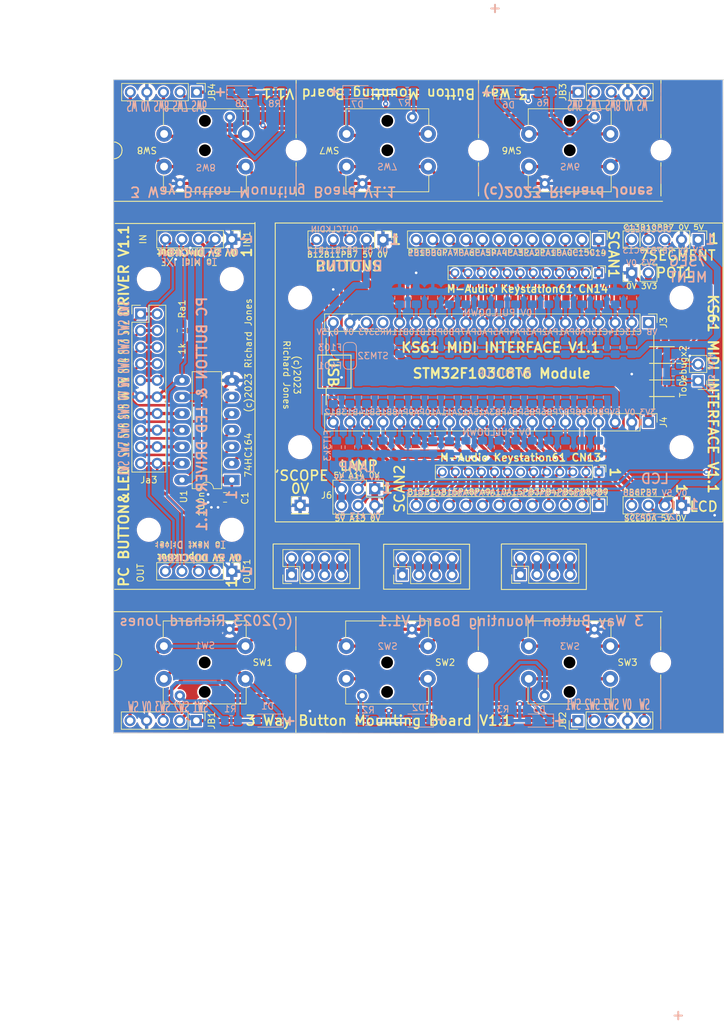
<source format=kicad_pcb>
(kicad_pcb (version 20211014) (generator pcbnew)
  (layers (0 "F.Cu" signal) (31 "B.Cu" signal) (34 "B.Paste" user) (35 "F.Paste" user) (36 "B.SilkS" user "B.Silkscreen") (37 "F.SilkS" user "F.Silkscreen") (38 "B.Mask" user) (39 "F.Mask" user) (44 "Edge.Cuts" user))
  (net 0 "")
  (net 1 "/5V")
  (net 2 "/PB7")
  (net 3 "/PB11")
  (net 4 "/PB12")
  (net 5 "/PB9")
  (net 6 "/PB8")
  (net 7 "/PB5")
  (net 8 "/PB4")
  (net 9 "/PB3")
  (net 10 "/PA15")
  (net 11 "/NC")
  (net 12 "/PA10")
  (net 13 "/PA9")
  (net 14 "/PA8")
  (net 15 "/PB15")
  (net 16 "/PB14")
  (net 17 "/PB13")
  (net 18 "/PC14")
  (net 19 "/PC15")
  (net 20 "/PA0")
  (net 21 "/PA1")
  (net 22 "/PA2")
  (net 23 "/PA3")
  (net 24 "/PA4")
  (net 25 "/PA5")
  (net 26 "/PA6")
  (net 27 "/PA7")
  (net 28 "/PB0")
  (net 29 "/PB1")
  (net 30 "/VBAT")
  (net 31 "/PC13")
  (net 32 "/PB10")
  (net 33 "/NRST")
  (net 34 "/3V3")
  (net 35 "/SEL")
  (net 36 "/PB6")
  (net 37 "/PA12")
  (net 38 "/PA11")
  (net 39 "/PA14")
  (net 40 "/PA13")
  (net 41 "Net-(D1-Pad1)")
  (net 42 "/SW1")
  (net 43 "Net-(D2-Pad1)")
  (net 44 "/SW2")
  (net 45 "Net-(D3-Pad1)")
  (net 46 "/SW3")
  (net 47 "Net-(D6-Pad1)")
  (net 48 "/SW6")
  (net 49 "Net-(D7-Pad1)")
  (net 50 "/SW7")
  (net 51 "Net-(D8-Pad1)")
  (net 52 "/SW8")
  (net 53 "/SW1-3")
  (net 54 "/SW6-8")
  (net 55 "Net-(R1-Pad1)")
  (net 56 "Net-(R2-Pad1)")
  (net 57 "Net-(R3-Pad1)")
  (net 58 "Net-(R6-Pad1)")
  (net 59 "Net-(R7-Pad1)")
  (net 60 "Net-(R8-Pad1)")
  (net 61 "Net-(C1-Pad1)")
  (net 62 "/0.V")
  (net 63 "Net-(IN1-Pad3)")
  (net 64 "Net-(IN1-Pad4)")
  (net 65 "Net-(IN1-Pad5)")
  (net 66 "/.Q0")
  (net 67 "/.Q1")
  (net 68 "/.Q2")
  (net 69 "/.Q3")
  (net 70 "/.SW")
  (net 71 "/.Q4")
  (net 72 "/.Q5")
  (net 73 "/.Q6")
  (net 74 "/.Q7")
  (net 75 "Net-(I2C1-Pad1)")
  (net 76 "Net-(I2C1-Pad3)")
  (net 77 "Net-(I2C1-Pad5)")
  (net 78 "Net-(I2C1-Pad7)")
  (net 79 "Net-(I2C2-Pad1)")
  (net 80 "Net-(I2C2-Pad3)")
  (net 81 "Net-(I2C2-Pad5)")
  (net 82 "Net-(I2C2-Pad7)")
  (net 83 "Net-(I2C3-Pad1)")
  (net 84 "Net-(I2C3-Pad3)")
  (net 85 "Net-(I2C3-Pad5)")
  (net 86 "Net-(I2C3-Pad7)")
  (footprint "Connector_PinHeader_2.54mm:PinHeader_2x04_P2.54mm_Vertical" (layer "F.Cu") (at 145.83 102.77 90)
    (fp_text reference "I2C2" hide)
    (fp_text value "Conn_02x04_Odd_Even")
  )
  (footprint "Connector_PinHeader_2.54mm:PinHeader_1x04_P2.54mm_Vertical" (layer "F.Cu") (at 188.6 92.11 -90)
    (fp_text reference "LCD1" hide)
    (fp_text value "Conn_01x04_Male" hide)
  )
  (footprint "MountingHole:MountingHole_2.7mm_M2.5" (layer "F.Cu") (at 129.533962 116.156314 90)
    (fp_text reference "H1" hide)
    (fp_text value "MountingHole")
  )
  (footprint "MountingHole:MountingHole_3.2mm_M3" (layer "F.Cu") (at 119.714 57.504 180)
    (fp_text reference "H24" hide)
    (fp_text value "MountingHole" hide)
  )
  (footprint "New_Library_fp:TS12_TS27" (layer "F.Cu") (at 143.54 37.8)
    (fp_text reference "SW7")
    (fp_text value "SW_TACT_LED")
  )
  (footprint "Connector_PinHeader_2.54mm:PinHeader_1x05_P2.54mm_Vertical" (layer "F.Cu") (at 119.699 102.208 -90)
    (fp_text reference "OUT1")
    (fp_text value "OUT")
  )
  (footprint "Connector_PinHeader_2.54mm:PinHeader_2x04_P2.54mm_Vertical" (layer "F.Cu") (at 128.87 102.755 90)
    (fp_text reference "I2C1" hide)
    (fp_text value "Conn_02x04_Odd_Even")
  )
  (footprint "Connector_PinHeader_2.54mm:PinHeader_1x05_P2.54mm_Vertical" (layer "F.Cu") (at 172.718962 125.046314 90)
    (fp_text reference "JB2")
    (fp_text value "Conn_01x05_Male")
  )
  (footprint "MountingHole:MountingHole_3.2mm_M3" (layer "F.Cu") (at 188.6 83.22)
    (fp_text reference "H44" hide)
    (fp_text value "MountingHole" hide)
  )
  (footprint "MountingHole:MountingHole_2.7mm_M2.5" (layer "F.Cu") (at 185.45 37.8 -90)
    (fp_text reference "H5" hide)
    (fp_text value "MountingHole")
  )
  (footprint "Connector_PinHeader_2.54mm:PinHeader_1x05_P2.54mm_Vertical" (layer "F.Cu") (at 172.755 28.91 90)
    (fp_text reference "JB3")
    (fp_text value "Conn_01x05_Male")
  )
  (footprint "Connector_PinHeader_2.00mm:PinHeader_1x12_P2.00mm_Vertical" (layer "F.Cu") (at 175.9 56.55 -90)
    (fp_text reference "CN14" hide)
    (fp_text value "Conn_01x12_Male" hide)
  )
  (footprint "New_Library_fp:TS12_TS27" (layer "F.Cu") (at 115.563962 116.156314 180)
    (fp_text reference "SW1")
    (fp_text value "SW_TACT_LED")
  )
  (footprint "Connector_PinHeader_2.54mm:PinHeader_2x03_P2.54mm_Vertical" (layer "F.Cu") (at 141.61229 89.598949 -90)
    (fp_text reference "J6")
    (fp_text value "LAMP")
  )
  (footprint "MountingHole:MountingHole_2.7mm_M2.5" (layer "F.Cu") (at 157.51 37.8 -90)
    (fp_text reference "H6" hide)
    (fp_text value "MountingHole")
  )
  (footprint "MountingHole:MountingHole_3.2mm_M3" (layer "F.Cu") (at 130.18 60.36)
    (fp_text reference "H41" hide)
    (fp_text value "MountingHole" hide)
  )
  (footprint "Connector_PinHeader_2.00mm:PinHeader_1x13_P2.00mm_Vertical" (layer "F.Cu") (at 175.962 87.03 -90)
    (fp_text reference "CN13" hide)
    (fp_text value "Conn_01x13_Male" hide)
  )
  (footprint "Capacitor_SMD:C_0805_2012Metric_Pad1.18x1.45mm_HandSolder" (layer "F.Cu") (at 118.683 90.9 180)
    (fp_text reference "C1")
    (fp_text value "100n")
  )
  (footprint "Connector_PinHeader_2.54mm:PinHeader_1x05_P2.54mm_Vertical" (layer "F.Cu") (at 142.875 51.47 -90)
    (fp_text reference "Buttons1" hide)
    (fp_text value "Conn_01x05_Male" hide)
  )
  (footprint "New_Library_fp:TS12_TS27" (layer "F.Cu") (at 171.48 37.8)
    (fp_text reference "SW6")
    (fp_text value "SW_TACT_LED")
  )
  (footprint "Connector_PinHeader_2.54mm:PinHeader_1x20_P2.54mm_Vertical" (layer "F.Cu") (at 183.52 64.17 -90)
    (fp_text reference "J3")
    (fp_text value "Conn_01x20_Female" hide)
  )
  (footprint "Connector_PinHeader_2.54mm:PinHeader_1x05_P2.54mm_Vertical" (layer "F.Cu") (at 191.14 51.47 -90)
    (fp_text reference "SEG7" hide)
    (fp_text value "Conn_01x05_Male" hide)
  )
  (footprint "Resistor_SMD:R_0805_2012Metric_Pad1.20x1.40mm_HandSolder" (layer "F.Cu") (at 112.094 65.378 -90)
    (fp_text reference "Ra1")
    (fp_text value "1k")
  )
  (footprint "Connector_PinHeader_2.54mm:PinHeader_1x05_P2.54mm_Vertical" (layer "F.Cu") (at 119.714 51.408 -90)
    (fp_text reference "IN1")
    (fp_text value "IN")
  )
  (footprint "MountingHole:MountingHole_2.7mm_M2.5" (layer "F.Cu") (at 185.413962 116.156314 90)
    (fp_text reference "H3" hide)
    (fp_text value "MountingHole")
  )
  (footprint "Connector_PinHeader_2.54mm:PinHeader_1x12_P2.54mm_Vertical" (layer "F.Cu") (at 175.9 92.11 -90)
    (fp_text reference "GPIO13" hide)
    (fp_text value "Conn_01x12_Male" hide)
  )
  (footprint "Connector_PinHeader_2.54mm:PinHeader_1x12_P2.54mm_Vertical" (layer "F.Cu") (at 175.9 51.47 -90)
    (fp_text reference "GPIO14" hide)
    (fp_text value "Conn_01x12_Male" hide)
  )
  (footprint "MountingHole:MountingHole_3.2mm_M3" (layer "F.Cu") (at 130.18 83.22)
    (fp_text reference "H43" hide)
    (fp_text value "MountingHole" hide)
  )
  (footprint "MountingHole:MountingHole_2.7mm_M2.5" (layer "F.Cu") (at 129.57 37.8 -90)
    (fp_text reference "H7" hide)
    (fp_text value "MountingHole")
  )
  (footprint "Connector_PinHeader_2.54mm:PinHeader_1x01_P2.54mm_Vertical" (layer "F.Cu") (at 130.175 92.11)
    (fp_text reference "J5" hide)
    (fp_text value "Conn_01x01_Male" hide)
  )
  (footprint "Connector_PinHeader_2.54mm:PinHeader_1x20_P2.54mm_Vertical" (layer "F.Cu") (at 183.52 79.41 -90)
    (fp_text reference "J4")
    (fp_text value "Conn_01x20_Female")
  )
  (footprint "Connector_PinHeader_2.54mm:PinHeader_1x05_P2.54mm_Vertical" (layer "F.Cu") (at 114.288962 125.046314 -90)
    (fp_text reference "JB1")
    (fp_text value "Conn_01x05_Male")
  )
  (footprint "Package_DIP:DIP-14_W7.62mm_LongPads" (layer "F.Cu") (at 119.714 88.238 180)
    (fp_text reference "U1")
    (fp_text value "74HC164")
  )
  (footprint "MountingHole:MountingHole_3.2mm_M3" (layer "F.Cu") (at 188.6 60.36)
    (fp_text reference "H42" hide)
    (fp_text value "MountingHole" hide)
  )
  (footprint "New_Library_fp:TS12_TS27" (layer "F.Cu") (at 115.6 37.8)
    (fp_text reference "SW8")
    (fp_text value "SW_TACT_LED")
  )
  (footprint "Connector_PinHeader_2.54mm:PinHeader_1x02_P2.54mm_Vertical" (layer "F.Cu") (at 191.14 73.06 180)
    (fp_text reference "ToDebugx2")
    (fp_text value "Conn_01x02_Male" hide)
  )
  (footprint "Connector_PinHeader_2.54mm:PinHeader_2x04_P2.54mm_Vertical" (layer "F.Cu") (at 163.91 102.715 90)
    (fp_text reference "I2C3" hide)
    (fp_text value "Conn_02x04_Odd_Even")
  )
  (footprint "MountingHole:MountingHole_3.2mm_M3" (layer "F.Cu") (at 107.014 57.504 180)
    (fp_text reference "H23" hide)
    (fp_text value "MountingHole" hide)
  )
  (footprint "New_Library_fp:TS12_TS27" (layer "F.Cu") (at 171.443962 116.156314 180)
    (fp_text reference "SW3")
    (fp_text value "SW_TACT_LED")
  )
  (footprint "Connector_PinHeader_2.54mm:PinHeader_2x10_P2.54mm_Vertical" (layer "F.Cu") (at 105.744 62.838)
    (fp_text reference "Ja3")
    (fp_text value "Conn_02x10_Odd_Even" hide)
  )
  (footprint "Connector_PinHeader_2.54mm:PinHeader_1x02_P2.54mm_Vertical" (layer "F.Cu") (at 180.975 56.55 90)
    (fp_text reference "POT1")
    (fp_text value "Conn_01x02_Male")
  )
  (footprint "MountingHole:MountingHole_3.2mm_M3" (layer "F.Cu") (at 107.014 95.858 180)
    (fp_text reference "H21" hide)
    (fp_text value "MountingHole" hide)
  )
  (footprint "MountingHole:MountingHole_3.2mm_M3" (layer "F.Cu") (at 119.714 95.858 180)
    (fp_text reference "H22" hide)
    (fp_text value "MountingHole" hide)
  )
  (footprint "New_Library_fp:TS12_TS27" (layer "F.Cu") (at 143.503962 116.156314 180)
    (fp_text reference "SW2")
    (fp_text value "SW_TACT_LED")
  )
  (footprint "Connector_PinHeader_2.54mm:PinHeader_1x05_P2.54mm_Vertical" (layer "F.Cu") (at 114.33 28.91 -90)
    (fp_text reference "JB4")
    (fp_text value "Conn_01x05_Male")
  )
  (footprint "MountingHole:MountingHole_2.7mm_M2.5" (layer "F.Cu") (at 157.423162 116.130914 90)
    (fp_text reference "H2" hide)
    (fp_text value "MountingHole")
  )
  (footprint "Resistor_SMD:R_0805_2012Metric_Pad1.20x1.40mm_HandSolder" (layer "B.Cu") (at 155.58 67.98 90)
    (fp_text reference "RU11" hide)
    (fp_text value "4k7" hide)
  )
  (footprint "Resistor_SMD:R_0805_2012Metric_Pad1.20x1.40mm_HandSolder" (layer "B.Cu") (at 170.82 67.98 90)
    (fp_text reference "RU5" hide)
    (fp_text value "4k7" hide)
  )
  (footprint "Resistor_SMD:R_0805_2012Metric_Pad1.20x1.40mm_HandSolder" (layer "B.Cu") (at 168.31 75.6 -90)
    (fp_text reference "RU19" hide)
    (fp_text value "4k7*" hide)
  )
  (footprint "Resistor_SMD:R_0805_2012Metric_Pad1.20x1.40mm_HandSolder" (layer "B.Cu") (at 170.82 75.6 -90)
    (fp_text reference "RU18" hide)
    (fp_text value "4k7*" hide)
  )
  (footprint "Resistor_SMD:R_0805_2012Metric_Pad1.20x1.40mm_HandSolder" (layer "B.Cu") (at 168.28 67.996 90)
    (fp_text reference "RU6" hide)
    (fp_text value "4k7" hide)
  )
  (footprint "Resistor_SMD:R_0805_2012Metric_Pad1.20x1.40mm_HandSolder" (layer "B.Cu") (at 163.2 60.36 -90)
    (fp_text reference "RD8" hide)
    (fp_text value "4k7" hide)
  )
  (footprint "Resistor_SMD:R_0805_2012Metric_Pad1.20x1.40mm_HandSolder" (layer "B.Cu") (at 153.04 60.36 -90)
    (fp_text reference "RD12" hide)
    (fp_text value "4k7" hide)
  )
  (footprint "Resistor_SMD:R_0805_2012Metric_Pad1.20x1.40mm_HandSolder" (layer "B.Cu") (at 175.9 75.6 -90)
    (fp_text reference "RU16" hide)
    (fp_text value "4k7" hide)
  )
  (footprint "Resistor_SMD:R_0805_2012Metric_Pad1.20x1.40mm_HandSolder" (layer "B.Cu") (at 145.42 60.36 -90)
    (fp_text reference "RD15" hide)
    (fp_text value "4k7" hide)
  )
  (footprint "Resistor_SMD:R_0805_2012Metric_Pad1.20x1.40mm_HandSolder" (layer "B.Cu") (at 135.26 75.6 -90)
    (fp_text reference "RU32" hide)
    (fp_text value "4k7" hide)
  )
  (footprint "Resistor_SMD:R_0805_2012Metric_Pad1.20x1.40mm_HandSolder" (layer "B.Cu") (at 155.58 60.36 -90)
    (fp_text reference "RD11" hide)
    (fp_text value "4k7" hide)
  )
  (footprint "Resistor_SMD:R_0805_2012Metric_Pad1.20x1.40mm_HandSolder" (layer "B.Cu") (at 142.88 83.22 90)
    (fp_text reference "RD29" hide)
    (fp_text value "4k7" hide)
  )
  (footprint "Resistor_SMD:R_0805_2012Metric_Pad1.20x1.40mm_HandSolder" (layer "B.Cu") (at 140.34 83.22 90)
    (fp_text reference "RD30" hide)
    (fp_text value "4k7" hide)
  )
  (footprint "Resistor_SMD:R_0805_2012Metric_Pad1.20x1.40mm_HandSolder" (layer "B.Cu") (at 142.88 75.6 -90)
    (fp_text reference "RU29" hide)
    (fp_text value "4k7" hide)
  )
  (footprint "Diode_SMD:D_SOD-123" (layer "B.Cu") (at 121.188 28.9354)
    (fp_text reference "D8")
    (fp_text value "1N4148")
  )
  (footprint "Resistor_SMD:R_0805_2012Metric_Pad1.20x1.40mm_HandSolder" (layer "B.Cu") (at 173.36 83.22 90)
    (fp_text reference "RD17" hide)
    (fp_text value "4k7" hide)
  )
  (footprint "Resistor_SMD:R_0805_2012Metric_Pad1.20x1.40mm_HandSolder" (layer "B.Cu") (at 170.82 83.22 90)
    (fp_text reference "RD18" hide)
    (fp_text value "4k7" hide)
  )
  (footprint "Resistor_SMD:R_0805_2012Metric_Pad1.20x1.40mm_HandSolder" (layer "B.Cu") (at 175.9 67.98 90)
    (fp_text reference "RU3" hide)
    (fp_text value "4k7" hide)
  )
  (footprint "Resistor_SMD:R_0805_2012Metric_Pad1.20x1.40mm_HandSolder" (layer "B.Cu") (at 155.58 75.6 -90)
    (fp_text reference "RU24" hide)
    (fp_text value "4k7" hide)
  )
  (footprint "Resistor_SMD:R_0805_2012Metric_Pad1.20x1.40mm_HandSolder" (layer "B.Cu") (at 137.8 75.6 -90)
    (fp_text reference "RU31" hide)
    (fp_text value "4k7" hide)
  )
  (footprint "Resistor_SMD:R_0805_2012Metric_Pad1.20x1.40mm_HandSolder" (layer "B.Cu") (at 160.66 60.36 -90)
    (fp_text reference "RD9" hide)
    (fp_text value "4k7" hide)
  )
  (footprint "Resistor_SMD:R_0805_2012Metric_Pad1.20x1.40mm_HandSolder" (layer "B.Cu") (at 187.325 70.52)
    (fp_text reference "RU34" hide)
    (fp_text value "4k7" hide)
  )
  (footprint "Resistor_SMD:R_0805_2012Metric_Pad1.20x1.40mm_HandSolder" (layer "B.Cu") (at 187.325 73.06)
    (fp_text reference "RU33" hide)
    (fp_text value "4k7")
  )
  (footprint "Resistor_SMD:R_0805_2012Metric_Pad1.20x1.40mm_HandSolder" (layer "B.Cu") (at 150.5 83.22 90)
    (fp_text reference "RD26" hide)
    (fp_text value "4k7" hide)
  )
  (footprint "Resistor_SMD:R_0805_2012Metric_Pad1.20x1.40mm_HandSolder" (layer "B.Cu") (at 140.34 75.6 -90)
    (fp_text reference "RU30" hide)
    (fp_text value "4k7" hide)
  )
  (footprint "Resistor_SMD:R_0805_2012Metric_Pad1.20x1.40mm_HandSolder" (layer "B.Cu") (at 153.04 67.98 90)
    (fp_text reference "RU12" hide)
    (fp_text value "4k7" hide)
  )
  (footprint "Resistor_SMD:R_0805_2012Metric_Pad1.20x1.40mm_HandSolder" (layer "B.Cu") (at 163.2 83.22 90)
    (fp_text reference "RD21" hide)
    (fp_text value "4k7" hide)
  )
  (footprint "Resistor_SMD:R_0805_2012Metric_Pad1.20x1.40mm_HandSolder" (layer "B.Cu") (at 178.44 67.98 90)
    (fp_text reference "RU2" hide)
    (fp_text value "4k7" hide)
  )
  (footprint "Diode_SMD:D_SOD-123" (layer "B.Cu") (at 125.343962 125.046314 180)
    (fp_text reference "D1")
    (fp_text value "1N4148" hide)
  )
  (footprint "Resistor_SMD:R_0805_2012Metric_Pad1.20x1.40mm_HandSolder" (layer "B.Cu") (at 168.28 60.36 -90)
    (fp_text reference "RD6" hide)
    (fp_text value "4k7" hide)
  )
  (footprint "Resistor_SMD:R_0805_2012Metric_Pad1.20x1.40mm_HandSolder" (layer "B.Cu") (at 158.12 67.98 90)
    (fp_text reference "RU10" hide)
    (fp_text value "4k7" hide)
  )
  (footprint "Resistor_SMD:R_0805_2012Metric_Pad1.20x1.40mm_HandSolder" (layer "B.Cu") (at 145.42 83.22 90)
    (fp_text reference "RD28" hide)
    (fp_text value "4k7" hide)
  )
  (footprint "Resistor_SMD:R_0805_2012Metric_Pad1.20x1.40mm_HandSolder" (layer "B.Cu") (at 163.2 75.6 -90)
    (fp_text reference "RU21" hide)
    (fp_text value "4k7" hide)
  )
  (footprint "Resistor_SMD:R_0805_2012Metric_Pad1.20x1.40mm_HandSolder" (layer "B.Cu") (at 150.5 60.36 -90)
    (fp_text reference "RD13" hide)
    (fp_text value "4k7" hide)
  )
  (footprint "Resistor_SMD:R_0805_2012Metric_Pad1.20x1.40mm_HandSolder" (layer "B.Cu") (at 150.5 67.98 90)
    (fp_text reference "RU13" hide)
    (fp_text value "4k7" hide)
  )
  (footprint "Resistor_SMD:R_0805_2012Metric_Pad1.20x1.40mm_HandSolder" (layer "B.Cu") (at 147.96 67.98 90)
    (fp_text reference "RU14" hide)
    (fp_text value "4k7" hide)
  )
  (footprint "Resistor_SMD:R_0805_2012Metric_Pad1.20x1.40mm_HandSolder" (layer "B.Cu") (at 140.455962 125.046314)
    (fp_text reference "R2")
    (fp_text value "560")
  )
  (footprint "Diode_SMD:D_SOD-123" (layer "B.Cu") (at 138.968 28.91)
    (fp_text reference "D7")
    (fp_text value "1N4148")
  )
  (footprint "Resistor_SMD:R_0805_2012Metric_Pad1.20x1.40mm_HandSolder" (layer "B.Cu") (at 146.588 28.91 180)
    (fp_text reference "R7")
    (fp_text value "560")
  )
  (footprint "Diode_SMD:D_SOD-123" (layer "B.Cu") (at 162.06212 28.93959)
    (fp_text reference "D6")
    (fp_text value "1N4148")
  )
  (footprint "Resistor_SMD:R_0805_2012Metric_Pad1.20x1.40mm_HandSolder" (layer "B.Cu") (at 147.96 83.22 90)
    (fp_text reference "RD27" hide)
    (fp_text value "4k7" hide)
  )
  (footprint "Resistor_SMD:R_0805_2012Metric_Pad1.20x1.40mm_HandSolder" (layer "B.Cu") (at 137.8 83.22 90)
    (fp_text reference "RD31" hide)
    (fp_text value "4k7" hide)
  )
  (footprint "Resistor_SMD:R_0805_2012Metric_Pad1.20x1.40mm_HandSolder" (layer "B.Cu") (at 153.04 83.22 90)
    (fp_text reference "RD25" hide)
    (fp_text value "4k7" hide)
  )
  (footprint "Resistor_SMD:R_0805_2012Metric_Pad1.20x1.40mm_HandSolder" (layer "B.Cu") (at 161.283962 125.046314)
    (fp_text reference "R3")
    (fp_text value "560")
  )
  (footprint "Resistor_SMD:R_0805_2012Metric_Pad1.20x1.40mm_HandSolder" (layer "B.Cu") (at 147.96 60.36 -90)
    (fp_text reference "RD14" hide)
    (fp_text value "4k7" hide)
  )
  (footprint "Resistor_SMD:R_0805_2012Metric_Pad1.20x1.40mm_HandSolder" (layer "B.Cu") (at 150.5 75.616 -90)
    (fp_text reference "RU26" hide)
    (fp_text value "4k7" hide)
  )
  (footprint "Resistor_SMD:R_0805_2012Metric_Pad1.20x1.40mm_HandSolder" (layer "B.Cu") (at 180.98 60.36 -90)
    (fp_text reference "RD1" hide)
    (fp_text value "4k7" hide)
  )
  (footprint "Resistor_SMD:R_0805_2012Metric_Pad1.20x1.40mm_HandSolder" (layer "B.Cu") (at 160.66 67.98 90)
    (fp_text reference "RU9" hide)
    (fp_text value "4k7" hide)
  )
  (footprint "Resistor_SMD:R_0805_2012Metric_Pad1.20x1.40mm_HandSolder" (layer "B.Cu") (at 165.74 75.6 -90)
    (fp_text reference "RU20" hide)
    (fp_text value "4k7" hide)
  )
  (footprint "Resistor_SMD:R_0805_2012Metric_Pad1.20x1.40mm_HandSolder" (layer "B.Cu") (at 160.66 75.6 -90)
    (fp_text reference "RU22" hide)
    (fp_text value "4k7" hide)
  )
  (footprint "Resistor_SMD:R_0805_2012Metric_Pad1.20x1.40mm_HandSolder" (layer "B.Cu") (at 163.2 67.98 90)
    (fp_text reference "RU8" hide)
    (fp_text value "4k7")
  )
  (footprint "Resistor_SMD:R_0805_2012Metric_Pad1.20x1.40mm_HandSolder" (layer "B.Cu") (at 153.04 75.6 -90)
    (fp_text reference "RU25" hide)
    (fp_text value "4k7" hide)
  )
  (footprint "Diode_SMD:D_SOD-123" (layer "B.Cu") (at 148.329962 125.046314 180)
    (fp_text reference "D2")
    (fp_text value "1N4148")
  )
  (footprint "Resistor_SMD:R_0805_2012Metric_Pad1.20x1.40mm_HandSolder" (layer "B.Cu") (at 178.441 60.38538 -90)
    (fp_text reference "RD2" hide)
    (fp_text value "4k7" hide)
  )
  (footprint "Resistor_SMD:R_0805_2012Metric_Pad1.20x1.40mm_HandSolder" (layer "B.Cu") (at 135.768 83.22 90)
    (fp_text reference "RD32" hide)
    (fp_text value "3K3" hide)
  )
  (footprint "Resistor_SMD:R_0805_2012Metric_Pad1.20x1.40mm_HandSolder" (layer "B.Cu") (at 165.74 60.36 -90)
    (fp_text reference "RD7" hide)
    (fp_text value "4k7" hide)
  )
  (footprint "Resistor_SMD:R_0805_2012Metric_Pad1.20x1.40mm_HandSolder" (layer "B.Cu") (at 119.643962 125.046314)
    (fp_text reference "R1")
    (fp_text value "560")
  )
  (footprint "Resistor_SMD:R_0805_2012Metric_Pad1.20x1.40mm_HandSolder" (layer "B.Cu") (at 126.395 28.9354 180)
    (fp_text reference "R8")
    (fp_text value "560")
  )
  (footprint "Resistor_SMD:R_0805_2012Metric_Pad1.20x1.40mm_HandSolder" (layer "B.Cu") (at 175.9 83.22 90)
    (fp_text reference "RD16" hide)
    (fp_text value "4k7" hide)
  )
  (footprint "Resistor_SMD:R_0805_2012Metric_Pad1.20x1.40mm_HandSolder" (layer "B.Cu") (at 147.96 75.6 -90)
    (fp_text reference "RU27" hide)
    (fp_text value "4k7" hide)
  )
  (footprint "Jumper:SolderJumper-3_P1.3mm_Open_RoundedPad1.0x1.5mm_NumberLabels" (layer "B.Cu") (at 137.8 69.25 90)
    (fp_text reference "STM32")
    (fp_text value "SolderJumper_3_Open" hide)
  )
  (footprint "Resistor_SMD:R_0805_2012Metric_Pad1.20x1.40mm_HandSolder" (layer "B.Cu") (at 168.28 83.22 90)
    (fp_text reference "RD19" hide)
    (fp_text value "4k7" hide)
  )
  (footprint "Resistor_SMD:R_0805_2012Metric_Pad1.20x1.40mm_HandSolder" (layer "B.Cu") (at 145.42 67.98 90)
    (fp_text reference "RU15" hide)
    (fp_text value "4k7" hide)
  )
  (footprint "Resistor_SMD:R_0805_2012Metric_Pad1.20x1.40mm_HandSolder" (layer "B.Cu") (at 173.36 75.6 -90)
    (fp_text reference "RU17" hide)
    (fp_text value "4k7" hide)
  )
  (footprint "Resistor_SMD:R_0805_2012Metric_Pad1.20x1.40mm_HandSolder" (layer "B.Cu") (at 160.66 83.22 90)
    (fp_text reference "RD22" hide)
    (fp_text value "4k7" hide)
  )
  (footprint "Resistor_SMD:R_0805_2012Metric_Pad1.20x1.40mm_HandSolder" (layer "B.Cu") (at 173.36 67.98 90)
    (fp_text reference "RU4" hide)
    (fp_text value "4k7" hide)
  )
  (footprint "Resistor_SMD:R_0805_2012Metric_Pad1.20x1.40mm_HandSolder" (layer "B.Cu") (at 165.74 67.98 90)
    (fp_text reference "RU7" hide)
    (fp_text value "4k7" hide)
  )
  (footprint "Resistor_SMD:R_0805_2012Metric_Pad1.20x1.40mm_HandSolder" (layer "B.Cu") (at 165.74 83.22 90)
    (fp_text reference "RD20" hide)
    (fp_text value "4k7" hide)
  )
  (footprint "Resistor_SMD:R_0805_2012Metric_Pad1.20x1.40mm_HandSolder" (layer "B.Cu") (at 170.82 60.36 -90)
    (fp_text reference "RD5" hide)
    (fp_text value "4k7" hide)
  )
  (footprint "Resistor_SMD:R_0805_2012Metric_Pad1.20x1.40mm_HandSolder" (layer "B.Cu") (at 158.09 60.36 -90)
    (fp_text reference "RD10" hide)
    (fp_text value "4k7" hide)
  )
  (footprint "Resistor_SMD:R_0805_2012Metric_Pad1.20x1.40mm_HandSolder" (layer "B.Cu") (at 173.36 60.36 -90)
    (fp_text reference "RD4" hide)
    (fp_text value "4k7" hide)
  )
  (footprint "Resistor_SMD:R_0805_2012Metric_Pad1.20x1.40mm_HandSolder" (layer "B.Cu") (at 167.67 28.91 180)
    (fp_text reference "R6")
    (fp_text value "560")
  )
  (footprint "Resistor_SMD:R_0805_2012Metric_Pad1.20x1.40mm_HandSolder" (layer "B.Cu") (at 158.12 83.22 90)
    (fp_text reference "RD23" hide)
    (fp_text value "4k7" hide)
  )
  (footprint "Diode_SMD:D_SOD-123" (layer "B.Cu") (at 166.743962 125.046314 180)
    (fp_text reference "D3")
    (fp_text value "1N4148")
  )
  (footprint "Resistor_SMD:R_0805_2012Metric_Pad1.20x1.40mm_HandSolder" (layer "B.Cu") (at 175.9 60.36 -90)
    (fp_text reference "RD3" hide)
    (fp_text value "4k7" hide)
  )
  (footprint "Resistor_SMD:R_0805_2012Metric_Pad1.20x1.40mm_HandSolder" (layer "B.Cu") (at 145.42 75.6 -90)
    (fp_text reference "RU28" hide)
    (fp_text value "4k7" hide)
  )
  (footprint "Resistor_SMD:R_0805_2012Metric_Pad1.20x1.40mm_HandSolder" (layer "B.Cu") (at 180.98 67.98 90)
    (fp_text reference "RU1" hide)
    (fp_text value "4k7" hide)
  )
  (footprint "Resistor_SMD:R_0805_2012Metric_Pad1.20x1.40mm_HandSolder" (layer "B.Cu") (at 155.58 83.22 90)
    (fp_text reference "RD24" hide)
    (fp_text value "4k7" hide)
  )
  (footprint "Resistor_SMD:R_0805_2012Metric_Pad1.20x1.40mm_HandSolder" (layer "B.Cu") (at 158.12 75.6 -90)
    (fp_text reference "RU23" hide)
    (fp_text value "4k7" hide)
  )
  (gr_line (start 157.473962 123.776314) (end 157.473962 126.316314) (layer "B.SilkS") (width 0.15))
  (gr_line (start 129.533962 109.806314) (end 129.533962 113.616314) (layer "B.SilkS") (width 0.15))
  (gr_line (start 157.51 35.26) (end 157.51 27.64) (layer "B.SilkS") (width 0.15))
  (gr_line (start 185.45 42.88) (end 185.45 40.34) (layer "B.SilkS") (width 0.15))
  (gr_line (start 157.473962 109.806314) (end 157.473962 113.616314) (layer "B.SilkS") (width 0.15))
  (gr_line (start 129.57 44.15) (end 129.57 40.34) (layer "B.SilkS") (width 0.15))
  (gr_line (start 185.45 35.26) (end 185.45 32.72) (layer "B.SilkS") (width 0.15))
  (gr_line (start 185.45 27.64) (end 185.45 32.72) (layer "B.SilkS") (width 0.15))
  (gr_line (start 157.473962 118.696314) (end 157.473962 119.966314) (layer "B.SilkS") (width 0.15))
  (gr_line (start 185.413962 111.076314) (end 185.413962 113.616314) (layer "B.SilkS") (width 0.15))
  (gr_line (start 129.57 35.26) (end 129.57 27.64) (layer "B.SilkS") (width 0.15))
  (gr_line (start 129.533962 118.696314) (end 129.533962 126.316314) (layer "B.SilkS") (width 0.15))
  (gr_line (start 185.413962 118.696314) (end 185.413962 126.316314) (layer "B.SilkS") (width 0.15))
  (gr_line (start 157.51 44.15) (end 157.51 40.34) (layer "B.SilkS") (width 0.15))
  (gr_line (start 161.05 98.03) (end 174.02 98.03) (layer "F.SilkS") (width 0.15))
  (gr_line (start 102.86 38.16) (end 102.91 37.8) (layer "F.SilkS") (width 0.15))
  (gr_line (start 102.91 37.8) (end 102.86 37.44) (layer "F.SilkS") (width 0.15))
  (gr_line (start 102.08 117.35) (end 102.32 117.21) (layer "F.SilkS") (width 0.15))
  (gr_line (start 185.45 35.895) (end 185.45 29.545) (layer "F.SilkS") (width 0.15))
  (gr_line (start 174.02 104.99) (end 161.01 104.99) (layer "F.SilkS") (width 0.15))
  (gr_line (start 142.97 104.95) (end 142.97 98.07) (layer "F.SilkS") (width 0.15))
  (gr_line (start 102.6 38.65) (end 102.77 38.44) (layer "F.SilkS") (width 0.15))
  (gr_line (start 187.91 72.95) (end 188.5 72.95) (layer "F.SilkS") (width 0.15))
  (gr_line (start 157.51 33.99) (end 157.51 30.18) (layer "F.SilkS") (width 0.15))
  (gr_line (start 156.13 104.95) (end 142.97 104.95) (layer "F.SilkS") (width 0.15))
  (gr_line (start 123.27 48.86) (end 123.27 104.83) (layer "F.SilkS") (width 0.15))
  (gr_line (start 161.01 104.99) (end 161.01 98.06) (layer "F.SilkS") (width 0.15))
  (gr_line (start 188.88 72.95) (end 189.47 72.95) (layer "F.SilkS") (width 0.15))
  (gr_line (start 102.87 116.03) (end 102.78 115.66) (layer "F.SilkS") (width 0.15))
  (gr_line (start 101.95 36.56) (end 101.74 36.54) (layer "F.SilkS") (width 0.15))
  (gr_line (start 185.45 44.785) (end 185.45 39.705) (layer "F.SilkS") (width 0.15))
  (gr_line (start 102 39.05) (end 102.38 38.87) (layer "F.SilkS") (width 0.15))
  (gr_line (start 187.91 70.39) (end 188.5 70.39) (layer "F.SilkS") (width 0.15))
  (gr_line (start 157.51 44.785) (end 157.51 39.705) (layer "F.SilkS") (width 0.15))
  (gr_line (start 139.28 104.85) (end 139.25 98.02) (layer "F.SilkS") (width 0.15))
  (gr_line (start 185.645 108.39) (end 101.695 108.39) (layer "F.SilkS") (width 0.1508))
  (gr_line (start 185.69 45.61) (end 101.74 45.61) (layer "F.SilkS") (width 0.1508))
  (gr_line (start 102.38 38.87) (end 102.6 38.65) (layer "F.SilkS") (width 0.15))
  (gr_line (start 129.57 33.99) (end 129.57 29.545) (layer "F.SilkS") (width 0.15))
  (gr_line (start 101.74 39.1) (end 102 39.05) (layer "F.SilkS") (width 0.15))
  (gr_line (start 102.77 38.44) (end 102.86 38.16) (layer "F.SilkS") (width 0.15))
  (gr_line (start 139.25 98.02) (end 126.09 98.03) (layer "F.SilkS") (width 0.15))
  (gr_line (start 157.473962 109.171314) (end 157.473962 114.251314) (layer "F.SilkS") (width 0.15))
  (gr_line (start 129.57 44.785) (end 129.57 39.705) (layer "F.SilkS") (width 0.15))
  (gr_line (start 102.51 117.03) (end 102.72 116.73) (layer "F.SilkS") (width 0.15))
  (gr_line (start 185.413962 118.061314) (end 185.413962 125.046314) (layer "F.SilkS") (width 0.15))
  (gr_line (start 129.533962 126.824314) (end 129.533962 118.061314) (layer "F.SilkS") (width 0.15))
  (gr_line (start 188.88 70.39) (end 189.47 70.39) (layer "F.SilkS") (width 0.15))
  (gr_rect (start 194.95 48.93) (end 126.37 94.65) (layer "F.SilkS") (width 0.1524) (fill none))
  (gr_line (start 102.86 37.44) (end 102.75 37.16) (layer "F.SilkS") (width 0.15))
  (gr_line (start 143.05 98.07) (end 156.13 98.07) (layer "F.SilkS") (width 0.15))
  (gr_line (start 102.64 115.44) (end 102.46 115.22) (layer "F.SilkS") (width 0.15))
  (gr_line (start 126.09 104.85) (end 139.28 104.85) (layer "F.SilkS") (width 0.15))
  (gr_line (start 183.697066 72.937066) (end 187.507066 72.937066) (layer "F.SilkS") (width 0.15))
  (gr_line (start 102.83 116.4) (end 102.87 116.03) (layer "F.SilkS") (width 0.15))
  (gr_line (start 102.51 36.87) (end 102.23 36.7) (layer "F.SilkS") (width 0.15))
  (gr_line (start 157.473962 118.061314) (end 157.473962 126.824314) (layer "F.SilkS") (width 0.15))
  (gr_line (start 132.897066 74.207066) (end 132.897066 69.127066) (layer "F.SilkS") (width 0.15))
  (gr_line (start 185.45 27.132) (end 185.45 28.91) (layer "F.SilkS") (width 0.15))
  (gr_line (start 102.22 115.06) (end 101.94 114.94) (layer "F.SilkS") (width 0.15))
  (gr_line (start 102.72 116.73) (end 102.83 116.4) (layer "F.SilkS") (width 0.15))
  (gr_line (start 183.697066 67.857066) (end 187.507066 67.857066) (layer "F.SilkS") (width 0.15))
  (gr_line (start 101.87 49) (end 123.2 49) (layer "F.SilkS") (width 0.15))
  (gr_line (start 101.77 117.4) (end 102.08 117.35) (layer "F.SilkS") (width 0.15))
  (gr_line (start 132.897066 69.127066) (end 137.977066 69.127066) (layer "F.SilkS") (width 0.15))
  (gr_line (start 126.05 98.04) (end 126.05 104.85) (layer "F.SilkS") (width 0.15))
  (gr_line (start 123.1 104.97) (end 101.78 104.97) (layer "F.SilkS") (width 0.15))
  (gr_line (start 102.46 115.22) (end 102.22 115.06) (layer "F.SilkS") (width 0.15))
  (gr_line (start 157.51 27.132) (end 157.51 28.91) (layer "F.SilkS") (width 0.15))
  (gr_line (start 102.78 115.66) (end 102.64 115.44) (layer "F.SilkS") (width 0.15))
  (gr_line (start 129.533962 109.171314) (end 129.533962 114.251314) (layer "F.SilkS") (width 0.15))
  (gr_line (start 156.13 98.07) (end 156.13 104.95) (layer "F.SilkS") (width 0.15))
  (gr_line (start 102.23 36.7) (end 101.95 36.56) (layer "F.SilkS") (width 0.15))
  (gr_line (start 132.897066 74.207066) (end 137.977066 74.207066) (layer "F.SilkS") (width 0.15))
  (gr_line (start 101.94 114.94) (end 101.75 114.88) (layer "F.SilkS") (width 0.15))
  (gr_line (start 157.51 35.895) (end 157.51 33.99) (layer "F.SilkS") (width 0.15))
  (gr_line (start 129.57 35.895) (end 129.57 33.99) (layer "F.SilkS") (width 0.15))
  (gr_line (start 134.167066 66.587066) (end 134.167066 69.127066) (layer "F.SilkS") (width 0.15))
  (gr_line (start 174.02 98.03) (end 174.02 104.99) (layer "F.SilkS") (width 0.15))
  (gr_line (start 137.977066 69.127066) (end 137.977066 74.207066) (layer "F.SilkS") (width 0.15))
  (gr_line (start 185.413962 109.171314) (end 185.413962 114.251314) (layer "F.SilkS") (width 0.15))
  (gr_line (start 102.32 117.21) (end 102.51 117.03) (layer "F.SilkS") (width 0.15))
  (gr_line (start 183.697066 75.477066) (end 187.507066 75.477066) (layer "F.SilkS") (width 0.15))
  (gr_line (start 184.3582 66.075) (end 184.3582 77.505) (layer "F.SilkS") (width 0.15))
  (gr_line (start 183.697066 70.397066) (end 187.507066 70.397066) (layer "F.SilkS") (width 0.15))
  (gr_line (start 134.167066 74.207066) (end 134.167066 76.747066) (layer "F.SilkS") (width 0.15))
  (gr_line (start 182.25 50.454) (end 182.25 52.486) (layer "F.SilkS") (width 0.15))
  (gr_line (start 102.75 37.16) (end 102.51 36.87) (layer "F.SilkS") (width 0.15))
  (gr_line (start 129.57 27.132) (end 129.57 28.402) (layer "F.SilkS") (width 0.15))
  (gr_rect (start 101.6 127) (end 195.072 27.0002) (layer "Edge.Cuts") (width 0.1) (fill none))
  (gr_text "SW 0V SW8 SW7 SW6" (at 109.761329 30.969463 180) (layer "B.SilkS") (effects (font (size 1.5748 0.762) (thickness 0.1905)) (justify mirror)))
  (gr_text "SW7" (at 143.54 40.2638 180) (layer "B.SilkS") (effects (font (size 1 1)) (justify mirror)))
  (gr_text "3V3 0V" (at 182.499 55.026) (layer "B.SilkS") (effects (font (size 0.889 0.889) (thickness 0.1524)) (justify mirror)))
  (gr_text "F103" (at 134.752 67.98) (layer "B.SilkS") (effects (font (size 0.9906 0.9906) (thickness 0.14986)) (justify mirror)))
  (gr_text "SW6" (at 171.5308 40.2638 180) (layer "B.SilkS") (effects (font (size 1 1)) (justify mirror)))
  (gr_text "C14C15PA0PA1PA2PA3PA4PA5PA6PA7PB0PB1" (at 161.929266 53.531466) (layer "B.SilkS") (effects (font (size 0.889 0.889) (thickness 0.1524)) (justify mirror)))
  (gr_text "3 Way Button Mounting Board V1.1" (at 124.5723 44.15 180) (layer "B.SilkS") (effects (font (size 1.524 1.524) (thickness 0.254)) (justify mirror)))
  (gr_text "OUTCLKDIN" (at 135.462466 49.899266) (layer "B.SilkS") (effects (font (size 0.889 0.889) (thickness 0.1524)) (justify mirror)))
  (gr_text "SW1" (at 115.614762 113.565514) (layer "B.SilkS") (effects (font (size 1 1)) (justify mirror)))
  (gr_text "A13 A14" (at 193.159135 71.741909 270) (layer "B.SilkS") (effects (font (size 0.889 0.889) (thickness 0.1524)) (justify mirror)))
  (gr_text "PC BUTTON & LED DRIVER V1.1" (at 115.142 60.044 90) (layer "B.SilkS") (effects (font (size 1.5 1.5) (thickness 0.3)) (justify left mirror)))
  (gr_text "+" (at 188.1 170.065) (layer "B.SilkS") (effects (font (size 1.5 1.5) (thickness 0.3)) (justify mirror)))
  (gr_text "F401" (at 134.752 70.774) (layer "B.SilkS") (effects (font (size 0.9906 0.9906) (thickness 0.14986)) (justify mirror)))
  (gr_text "1" (at 122 102.208 90) (layer "B.SilkS") (effects (font (size 1.5 1.5) (thickness 0.3)) (justify mirror)))
  (gr_text "7SEG\nMENT" (at 189.616 55.9912) (layer "B.SilkS") (effects (font (size 1.524 1.524) (thickness 0.254)) (justify mirror)))
  (gr_text "0V 5V PB7PB6" (at 184.560666 90.234466) (layer "B.SilkS") (effects (font (size 0.889 0.889) (thickness 0.1524)) (justify mirror)))
  (gr_text "I2C-SDASCL" (at 183.951066 93.841266) (layer "B.SilkS") (effects (font (size 0.889 0.889) (thickness 0.1524)) (justify mirror)))
  (gr_text "0V PULLDOWN" (at 160.506866 62.650066) (layer "B.SilkS") (effects (font (size 1 1)) (justify mirror)))
  (gr_text "+" (at 117.974127 29.020158 180) (layer "B.SilkS") (effects (font (size 1.5 1.5) (thickness 0.3)) (justify mirror)))
  (gr_text "To Midi I/F" (at 113.153926 54.887842) (layer "B.SilkS") (effects (font (size 1 1)) (justify mirror)))
  (gr_text "PB9PB8PB5PB4PB3A15A10PA9PA8B15B14B13" (at 161.827666 90.259866) (layer "B.SilkS") (effects (font (size 0.889 0.889) (thickness 0.1524)) (justify mirror)))
  (gr_text "(c)2023 Richard Jones" (at 115.804203 109.758644) (layer "B.SilkS") (effects (font (size 1.524 1.524) (thickness 0.254)) (justify mirror)))
  (gr_text "1" (at 192.9892 51.4446) (layer "B.SilkS") (effects (font (size 1.524 1.524) (thickness 0.2794)) (justify mirror)))
  (gr_text "0V A14 5V" (at 138.884641 87.858095) (layer "B.SilkS") (effects (font (size 0.889 0.889) (thickness 0.1524)) (justify mirror)))
  (gr_text "5V 0V PB7B10C13" (at 185.7806 53.121) (layer "B.SilkS") (effects (font (size 0.889 0.889) (thickness 0.1524)) (justify mirror)))
  (gr_text "LCD" (at 184.536 88.046) (layer "B.SilkS") (effects (font (size 1.524 1.524) (thickness 0.254)) (justify mirror)))
  (gr_text "To Next Driver" (at 113.364 98.144) (layer "B.SilkS") (effects (font (size 1 1)) (justify mirror)))
  (gr_text "1" (at 143.388462 89.502238) (layer "B.SilkS") (effects (font (size 1.524 1.524) (thickness 0.2794)) (justify mirror)))
  (gr_text "+" (at 160.033684 16.21609 180) (layer "B.SilkS") (effects (font (size 1.5 1.5) (thickness 0.3)) (justify mirror)))
  (gr_text "LAMP" (at 138.88122 86.251198) (layer "B.SilkS") (effects (font (size 1.524 1.524) (thickness 0.254)) (justify mirror)))
  (gr_text "SW  0V SW3 SW2 SW1" (at 177.305811 122.604453) (layer "B.SilkS") (effects (font (size 1.5748 0.762) (thickness 0.1905)) (justify mirror)))
  (gr_text "DIOCLKLED" (at 183.468466 49.899266) (layer "B.SilkS") (effects (font (size 0.889 0.89916) (thickness 0.1524)) (justify mirror)))
  (gr_text "3 Way Button Mounting Board V1.1" (at 162.444058 109.806314) (layer "B.SilkS") (effects (font (size 1.524 1.524) (thickness 0.254)) (justify mirror)))
  (gr_text "1" (at 122 51.408 90) (layer "B.SilkS") (effects (font (size 1.5 1.5) (thickness 0.3)) (justify mirror)))
  (gr_text "0V 5V DOpClkBut" (at 114.888 100.176) (layer "B.SilkS") (effects (font (size 0.9906 0.9906) (thickness 0.22225)) (justify mirror)))
  (gr_text "VB C13C14C15PA0PA1PA2PA3PA4PA5PA6PA7PB0PB1B10B11NRS3V3 0V 0/5V" (at 158.8058 65.5924) (layer "B.SilkS") (effects (font (size 0.889 0.893064)) (justify mirror)))
  (gr_text "+" (at 151.885962 124.792314) (layer "B.SilkS") (effects (font (size 1.5 1.5) (thickness 0.3)) (justify mirror)))
  (gr_text "BUTTONS" (at 137.8 55.534) (layer "B.SilkS") (effects (font (size 1.524 1.524) (thickness 0.254)) (justify mirror)))
  (gr_text "(c)2023 Richard Jones" (at 171.24116 44.14029 180) (layer "B.SilkS") (effects (font (size 1.4986 1.4986) (thickness 0.29972)) (justify mirror)))
  (gr_text "0V PULLDOWN" (at 160.303666 80.938066) (layer "B.SilkS") (effects (font (size 1 1)) (justify mirror)))
  (gr_text "1" (at 190.5254 91.9576) (layer "B.SilkS") (effects (font (size 1.524 1.524) (thickness 0.2794)) (justify mirror)))
  (gr_text "5V PULLUP" (at 161.472066 71.921066) (layer "B.SilkS") (effects (font (size 1 1)) (justify mirror)))
  (gr_text "SW1 SW2 SW3 0V SW" (at 109.967916 122.994741) (layer "B.SilkS") (effects (font (size 1.5748 0.762) (thickness 0.1905)) (justify mirror)))
  (gr_text "1" (at 144.6022 51.4446) (layer "B.SilkS") (effects (font (size 1.524 1.524) (thickness 0.2794)) (justify mirror)))
  (gr_text "FIT3k3" (at 134.374417 82.992936 90) (layer "B.SilkS") (effects (font (size 1 1)) (justify mirror)))
  (gr_text "0V 5V PB7B11B12" (at 137.443666 53.099666) (layer "B.SilkS") (effects (font (size 0.889 0.889) (thickness 0.1524)) (justify mirror)))
  (gr_text "0V A13 5V" (at 139.00262 93.761675) (layer "B.SilkS") (effects (font (size 0.889 0.889) (thickness 0.1524)) (justify mirror)))
  (gr_text "1" (at 119.714 90.524 90) (layer "B.SilkS") (effects (font (size 1.5 1.5) (thickness 0.3)) (justify mirror)))
  (gr_text "3V3 0V 5VPB9PB8PB7PB6PB5PB4PB3A15A12A11A10PA9PA8B15B14B13B12" (at 159.287666 77.864666) (layer "B.SilkS") (effects (font (size 0.889 0.893064)) (justify mirror)))
  (gr_text "SW3" (at 171.494762 113.692514) (layer "B.SilkS") (effects (font (size 1 1)) (justify mirror)))
  (gr_text "+" (at 128.608792 125.00923) (layer "B.SilkS") (effects (font (size 1.5 1.5) (thickness 0.3)) (justify mirror)))
  (gr_text "+" (at 158.777631 29.08754 180) (layer "B.SilkS") (effects (font (size 1.5 1.5) (thickness 0.3)) (justify mirror)))
  (gr_text "+" (at 169.90298 125.003469) (layer "B.SilkS") (effects (font (size 1.5 1.5) (thickness 0.3)) (justify mirror)))
  (gr_text "SW6 SW7 SW8 0V SW" (at 177.2556 30.853772 180) (layer "B.SilkS") (effects (font (size 1.5748 0.762) (thickness 0.1905)) (justify mirror)))
  (gr_text "0V 5V DInClkBut" (at 114.634 53.44) (layer "B.SilkS") (effects (font (size 0.9906 0.9906) (thickness 0.22225)) (justify mirror)))
  (gr_text "+" (at 135.412 28.91 180) (layer "B.SilkS") (effects (font (size 1.5 1.5) (thickness 0.3)) (justify mirror)))
  (gr_text "SW2" (at 143.580162 113.692514) (layer "B.SilkS") (effects (font (size 1 1)) (justify mirror)))
  (gr_text "SW8" (at 115.727 40.4162 180) (layer "B.SilkS") (effects (font (size 1 1)) (justify mirror)))
  (gr_text "SW8 SW7 SW6 SW5 SW 0V SW4 SW3 SW2 SW1" (at 103.204 74.268 90) (layer "B.SilkS") (effects (font (size 1.5748 0.762) (thickness 0.1905)) (justify mirror)))
  (gr_text "1" (at 178.4 87.07 270) (layer "F.SilkS") (effects (font (size 1.5 1.5) (thickness 0.3))))
  (gr_text "1" (at 193.553 51.343) (layer "F.SilkS") (effects (font (size 1.5 1.5) (thickness 0.3))))
  (gr_text "SW7 SW6 SW5 0V SW SW4 SW3 SW2" (at 103.204 74.268 90) (layer "F.SilkS") (effects (font (size 1.5748 0.762) (thickness 0.1905))))
  (gr_text "M-Audio Keystation61 CN13" (at 163.962 84.8202) (layer "F.SilkS") (effects (font (size 1.143 1.143) (thickness 0.2286))))
  (gr_text "'SCOPE" (at 130.405871 87.576239) (layer "F.SilkS") (effects (font (size 1.524 1.524) (thickness 0.254))))
  (gr_text "PB6PB7" (at 182.25 90.1288) (layer "F.SilkS") (effects (font (size 0.889 0.889) (thickness 0.1524))))
  (gr_text "B13B14B15PA8PA9A10A15PB3PB4PB5PB8PB9" (at 162.01 90.07) (layer "F.SilkS") (effects (font (size 0.889 0.889) (thickness 0.1524))))
  (gr_text "0V 5V DInClkBut" (at 114.38 53.44 180) (layer "F.SilkS") (effects (font (size 0.9906 0.9906) (thickness 0.22225))))
  (gr_text "0V 5V DOpClkBut" (at 114.721851 100.070513 180) (layer "F.SilkS") (effects (font (size 0.9906 0.9906) (thickness 0.22225))))
  (gr_text "3 Way Button Mounting Board V1.1" (at 142.233962 125.046314) (layer "F.SilkS") (effects (font (size 1.524 1.524) (thickness 0.254))))
  (gr_text "LCD" (at 192.0036 92.3132) (layer "F.SilkS") (effects (font (size 1.524 1.524) (thickness 0.254))))
  (gr_text "KS61 MIDI INTERFACE V1.1" (at 193.426 75.092 270) (layer "F.SilkS") (effects (font (size 1.5 1.5) (thickness 0.3))))
  (gr_text "1" (at 144.907 51.47) (layer "F.SilkS") (effects (font (size 1.5 1.5) (thickness 0.3))))
  (gr_text "(c)2023\nRichard Jones" (at 128.91 72.171 270) (layer "F.SilkS") (effects (font (size 0.9906 0.9906) (thickness 0.1524))))
  (gr_text "SCAN2" (at 145.415 89.57 90) (layer "F.SilkS") (effects (font (size 1.524 1.524) (thickness 0.254))))
  (gr_text "0V" (at 130.175 89.57) (layer "F.SilkS") (effects (font (size 1.524 1.524) (thickness 0.254))))
  (gr_text "PB1PB0PA7PA6PA5PA4PA3PA2PA1PA0C15C14" (at 161.85 53.47) (layer "F.SilkS") (effects (font (size 0.889 0.889) (thickness 0.1524))))
  (gr_text "STM32F103C8T6 Module" (at 161.0664 71.9424) (layer "F.SilkS") (effects (font (size 1.5 1.5) (thickness 0.3))))
  (gr_text "C13B10PB7 0V 5V" (at 185.838534 49.58145) (layer "F.SilkS") (effects (font (size 0.762 0.889) (thickness 0.1524))))
  (gr_text "7SEGMENT" (at 187.965739 53.893882) (layer "F.SilkS") (effects (font (size 1.524 1.524) (thickness 0.254))))
  (gr_text "BUTTONS" (at 137.546 55.534) (layer "F.SilkS") (effects (font (size 1.524 1.524) (thickness 0.254))))
  (gr_text "3 Way Button Mounting Board V1.1" (at 144.679034 29.154352 180) (layer "F.SilkS") (effects (font (size 1.524 1.524) (thickness 0.254))))
  (gr_text "KS61 MIDI INTERFACE V1.1" (at 160.909 67.98) (layer "F.SilkS") (effects (font (size 1.5 1.5) (thickness 0.3))))
  (gr_text "0V 3V3" (at 182.499 58.582) (layer "F.SilkS") (effects (font (size 0.889 0.889) (thickness 0.1524))))
  (gr_text "SCAN1" (at 178.186 53.7306 270) (layer "F.SilkS") (effects (font (size 1.508 1.508) (thickness 0.2794))))
  (gr_text "PC BUTTON&LED                    DRIVER V1.1" (at 103.173689 104.748 90) (layer "F.SilkS") (effects (font (size 1.5 1.5) (thickness 0.3)) (justify left)))
  (gr_text "USB" (at 135.2346 71.7392 270) (layer "F.SilkS") (effects (font (size 1.5 1.5) (thickness 0.3))))
  (gr_text "1" (at 119.714 103.986 90) (layer "F.SilkS") (effects (font (size 1.5 1.5) (thickness 0.3))))
  (gr_text "5V A13 0V" (at 138.980438 94.105265) (layer "F.SilkS") (effects (font (size 0.889 0.889) (thickness 0.1524))))
  (gr_text "M-Audio Keystation61 CN14" (at 165.0034 59.0138) (layer "F.SilkS") (effects (font (size 1.143 1.143) (thickness 0.2286))))
  (gr_text "(c)2023 Richard Jones" (at 122.254 69.188 90) (layer "F.SilkS") (effects (font (size 1 1))))
  (gr_text "To Midi I/F" (at 113.153926 54.887842 180) (layer "F.SilkS") (effects (font (size 1 1))))
  (gr_text "SCLSDA 5V 0V" (at 184.5614 94.0912) (layer "F.SilkS") (effects (font (size 0.889 0.889) (thickness 0.1524))))
  (gr_text "1" (at 122 53.44 90) (layer "F.SilkS") (effects (font (size 1.5 1.5) (thickness 0.3))))
  (gr_text "1" (at 143.63175 89.526186) (layer "F.SilkS") (effects (font (size 1.5 1.5) (thickness 0.3))))
  (gr_text "1" (at 188.6 89.57 270) (layer "F.SilkS") (effects (font (size 1.5 1.5) (thickness 0.3))))
  (gr_text "5V A14 0V" (at 138.811 87.538) (layer "F.SilkS") (effects (font (size 0.889 0.889) (thickness 0.1524))))
  (gr_text "To Next Driver" (at 113.364 98.144 180) (layer "F.SilkS") (effects (font (size 1 1))))
  (gr_text "B12B11PB7 5V 0V" (at 137.419 53.756) (layer "F.SilkS") (effects (font (size 0.889 0.889) (thickness 0.1524))))
  (segment (start 178.44 79.41) (end 178.44 87.035) (width 1.016) (layer "F.Cu") (net 1))
  (segment (start 178.44 87.035) (end 181.957489 90.552489) (width 1.016) (layer "F.Cu") (net 1))
  (segment (start 181.957489 90.552489) (end 184.502489 90.552489) (width 1.016) (layer "F.Cu") (net 1))
  (segment (start 184.502489 90.552489) (end 186.06 92.11) (width 1.016) (layer "F.Cu") (net 1))
  (segment (start 186.325 70.52) (end 186.325 73.06) (width 1.016) (layer "B.Cu") (net 1))
  (segment (start 133.985 87.025) (end 136.525 89.565) (width 1.016) (layer "B.Cu") (net 1))
  (segment (start 183.52 67.472) (end 181.996 68.996) (width 1.016) (layer "B.Cu") (net 1))
  (segment (start 186.325 70.52) (end 186.325 67.71) (width 1.016) (layer "B.Cu") (net 1))
  (segment (start 133.985 81.315) (end 133.985 87.025) (width 1.016) (layer "B.Cu") (net 1))
  (segment (start 181.996 68.996) (end 180.996 68.996) (width 1.016) (layer "B.Cu") (net 1))
  (segment (start 188.904958 88.69002) (end 186.06 91.534978) (width 1.016) (layer "B.Cu") (net 1))
  (segment (start 191.677783 88.69002) (end 188.904958 88.69002) (width 1.016) (layer "B.Cu") (net 1))
  (segment (start 194.183 70.261) (end 194.183 87.791992) (width 1.016) (layer "B.Cu") (net 1))
  (segment (start 132.8724 74.584) (end 132.8884 74.6) (width 1.016) (layer "B.Cu") (net 1))
  (segment (start 137.8 70.55) (end 137.8 74.6) (width 1.016) (layer "B.Cu") (net 1))
  (segment (start 178.44 79.41) (end 178.44 74.838) (width 1.016) (layer "B.Cu") (net 1))
  (segment (start 192.918 67.345) (end 192.918 68.996) (width 1.016) (layer "B.Cu") (net 1))
  (segment (start 132.8724 80.2024) (end 133.985 81.315) (width 1.016) (layer "B.Cu") (net 1))
  (segment (start 180.98 68.98) (end 145.42 68.98) (width 0.4) (layer "B.Cu") (net 1))
  (segment (start 194.183 87.791992) (end 193.256961 88.718031) (width 1.016) (layer "B.Cu") (net 1))
  (segment (start 191.705794 88.718031) (end 191.677783 88.69002) (width 1.016) (layer "B.Cu") (net 1))
  (segment (start 191.14 51.47) (end 191.14 52.994) (width 1.016) (layer "B.Cu") (net 1))
  (segment (start 132.8724 64.0938) (end 132.8724 74.584) (width 1.016) (layer "B.Cu") (net 1))
  (segment (start 136.525 89.565) (end 136.525 92.105) (width 1.016) (layer "B.Cu") (net 1))
  (segment (start 194.061 55.915) (end 194.061 66.202) (width 1.016) (layer "B.Cu") (net 1))
  (segment (start 175.9 74.6) (end 135.26 74.6) (width 1.016) (layer "B.Cu") (net 1))
  (segment (start 192.918 67.472) (end 186.563 67.472) (width 1.016) (layer "B.Cu") (net 1))
  (segment (start 180.996 68.996) (end 180.98 68.98) (width 1.016) (layer "B.Cu") (net 1))
  (segment (start 140.335 51.47) (end 140.335 58.4854) (width 1.016) (layer "B.Cu") (net 1))
  (segment (start 193.256961 88.718031) (end 191.705794 88.718031) (width 1.016) (layer "B.Cu") (net 1))
  (segment (start 186.325 67.71) (end 186.563 67.472) (width 1.016) (layer "B.Cu") (net 1))
  (segment (start 178.202 74.6) (end 175.9 74.6) (width 1.016) (layer "B.Cu") (net 1))
  (segment (start 192.918 68.996) (end 194.183 70.261) (width 1.016) (layer "B.Cu") (net 1))
  (segment (start 178.44 74.838) (end 178.202 74.6) (width 1.016) (layer "B.Cu") (net 1))
  (segment (start 194.061 66.202) (end 192.918 67.345) (width 1.016) (layer "B.Cu") (net 1))
  (segment (start 191.14 52.994) (end 194.061 55.915) (width 1.016) (layer "B.Cu") (net 1))
  (segment (start 138.4808 58.4854) (end 132.8724 64.0938) (width 1.016) (layer "B.Cu") (net 1))
  (segment (start 186.563 67.472) (end 183.52 67.472) (width 1.016) (layer "B.Cu") (net 1))
  (segment (start 140.335 58.4854) (end 138.4808 58.4854) (width 1.016) (layer "B.Cu") (net 1))
  (segment (start 132.8724 74.584) (end 132.8724 80.2024) (width 1.016) (layer "B.Cu") (net 1))
  (segment (start 132.8884 74.6) (end 135.26 74.6) (width 1.016) (layer "B.Cu") (net 1))
  (segment (start 186.06 91.534978) (end 186.06 92.11) (width 1.016) (layer "B.Cu") (net 1))
  (segment (start 179.705 87.016572) (end 179.705 77.632) (width 0.4) (layer "F.Cu") (net 2))
  (segment (start 187.309511 91.592435) (end 185.362045 89.644969) (width 0.4) (layer "F.Cu") (net 2))
  (segment (start 184.769511 80.659511) (end 186.06 79.369022) (width 0.4) (layer "F.Cu") (net 2))
  (segment (start 193.172 58.582) (end 186.06 51.47) (width 0.4) (layer "F.Cu") (net 2))
  (segment (start 180.715076 77.378) (end 182.270489 78.933413) (width 0.4) (layer "F.Cu") (net 2))
  (segment (start 186.557076 93.38) (end 187.309511 92.627565) (width 0.4) (layer "F.Cu") (net 2))
  (segment (start 179.451 77.378) (end 180.715076 77.378) (width 0.4) (layer "F.Cu") (net 2))
  (segment (start 136.509511 55.272939) (end 133.964511 52.727939) (width 0.4) (layer "F.Cu") (net 2))
  (segment (start 184.79 93.38) (end 186.557076 93.38) (width 0.4) (layer "F.Cu") (net 2))
  (segment (start 187.309511 92.627565) (end 187.309511 91.592435) (width 0.4) (layer "F.Cu") (net 2))
  (segment (start 182.270489 78.933413) (end 182.270489 80.659511) (width 0.4) (layer "F.Cu") (net 2))
  (segment (start 182.270489 80.659511) (end 184.769511 80.659511) (width 0.4) (layer "F.Cu") (net 2))
  (segment (start 185.362045 89.644969) (end 182.333397 89.644969) (width 0.4) (layer "F.Cu") (net 2))
  (segment (start 134.472511 50.220489) (end 136.545489 50.220489) (width 0.4) (layer "F.Cu") (net 2))
  (segment (start 133.964511 50.728489) (end 134.472511 50.220489) (width 0.4) (layer "F.Cu") (net 2))
  (segment (start 136.545489 50.220489) (end 137.795 51.47) (width 0.4) (layer "F.Cu") (net 2))
  (segment (start 170.82 79.41) (end 170.82 77.378) (width 0.4) (layer "F.Cu") (net 2))
  (segment (start 133.964511 52.727939) (end 133.964511 50.728489) (width 0.4) (layer "F.Cu") (net 2))
  (segment (start 136.509511 64.687565) (end 136.509511 55.272939) (width 0.4) (layer "F.Cu") (net 2))
  (segment (start 134.747 66.450076) (end 136.509511 64.687565) (width 0.4) (layer "F.Cu") (net 2))
  (segment (start 170.82 77.378) (end 178.175076 77.378) (width 0.4) (layer "F.Cu") (net 2))
  (segment (start 179.705 77.632) (end 179.451 77.378) (width 0.4) (layer "F.Cu") (net 2))
  (segment (start 183.52 92.11) (end 184.79 93.38) (width 0.4) (layer "F.Cu") (net 2))
  (segment (start 170.82 77.378) (end 137.033 77.378) (width 0.4) (layer "F.Cu") (net 2))
  (segment (start 186.06 79.369022) (end 186.06 71.277001) (width 0.4) (layer "F.Cu") (net 2))
  (segment (start 178.175076 77.378) (end 179.451 77.378) (width 0.4) (layer "F.Cu") (net 2))
  (segment (start 137.033 77.378) (end 134.747 75.092) (width 0.4) (layer "F.Cu") (net 2))
  (segment (start 134.747 75.092) (end 134.747 66.450076) (width 0.4) (layer "F.Cu") (net 2))
  (segment (start 193.172 64.165) (end 193.172 58.582) (width 0.4) (layer "F.Cu") (net 2))
  (segment (start 182.333397 89.644969) (end 179.705 87.016572) (width 0.4) (layer "F.Cu") (net 2))
  (segment (start 186.06 71.277001) (end 193.172 64.165) (width 0.4) (layer "F.Cu") (net 2))
  (segment (start 170.82 79.41) (end 170.82 82.22) (width 0.4) (layer "B.Cu") (net 2))
  (segment (start 170.82 76.6) (end 170.82 79.41) (width 0.5) (layer "B.Cu") (net 2))
  (segment (start 135.255 52.735) (end 145.42 62.9) (width 1.016) (layer "F.Cu") (net 3))
  (segment (start 145.42 62.9) (end 145.42 64.17) (width 1.016) (layer "F.Cu") (net 3))
  (segment (start 135.255 51.47) (end 135.255 52.735) (width 1.016) (layer "F.Cu") (net 3))
  (segment (start 145.42 64.17) (end 145.42 66.98) (width 0.5) (layer "B.Cu") (net 3))
  (segment (start 145.42 61.36) (end 145.42 64.17) (width 0.5) (layer "B.Cu") (net 3))
  (segment (start 133.960489 78.110489) (end 135.26 79.41) (width 0.5) (layer "F.Cu") (net 4))
  (segment (start 134.239 56.55) (end 134.239 63.353213) (width 0.5) (layer "F.Cu") (net 4))
  (segment (start 133.960489 63.631724) (end 133.960489 78.110489) (width 0.5) (layer "F.Cu") (net 4))
  (segment (start 132.715 51.47) (end 131.699 52.486) (width 0.5) (layer "F.Cu") (net 4))
  (segment (start 131.699 54.01) (end 134.239 56.55) (width 0.5) (layer "F.Cu") (net 4))
  (segment (start 134.239 63.353213) (end 133.960489 63.631724) (width 0.5) (layer "F.Cu") (net 4))
  (segment (start 131.699 52.486) (end 131.699 54.01) (width 0.5) (layer "F.Cu") (net 4))
  (segment (start 135.26 76.6) (end 135.26 79.41) (width 0.5) (layer "B.Cu") (net 4))
  (segment (start 135.768 79.918) (end 135.26 79.41) (width 0.5) (layer "B.Cu") (net 4))
  (segment (start 135.768 82.22) (end 135.768 79.918) (width 0.5) (layer "B.Cu") (net 4))
  (segment (start 175.962 87.03) (end 175.962 92.048) (width 0.4) (layer "F.Cu") (net 5))
  (segment (start 175.9 86.968) (end 175.962 87.03) (width 0.4) (layer "F.Cu") (net 5))
  (segment (start 175.9 79.41) (end 175.9 86.968) (width 0.4) (layer "F.Cu") (net 5))
  (segment (start 175.9 76.6) (end 175.9 79.41) (width 0.5) (layer "B.Cu") (net 5))
  (segment (start 175.9 79.41) (end 175.9 82.22) (width 0.4) (layer "B.Cu") (net 5))
  (segment (start 173.962 84.589) (end 173.962 87.03) (width 0.5) (layer "F.Cu") (net 6))
  (segment (start 173.36 83.977) (end 173.355 83.982) (width 0.5) (layer "F.Cu") (net 6))
  (segment (start 173.36 79.41) (end 173.36 83.977) (width 0.5) (layer "F.Cu") (net 6))
  (segment (start 173.962 87.03) (end 173.962 91.508) (width 0.5) (layer "F.Cu") (net 6))
  (segment (start 173.962 91.508) (end 173.36 92.11) (width 0.5) (layer "F.Cu") (net 6))
  (segment (start 173.355 83.982) (end 173.962 84.589) (width 0.5) (layer "F.Cu") (net 6))
  (segment (start 173.36 76.6) (end 173.36 79.41) (width 0.4) (layer "B.Cu") (net 6))
  (segment (start 173.36 79.41) (end 173.36 82.22) (width 0.4) (layer "B.Cu") (net 6))
  (segment (start 165.74 79.41) (end 165.74 80.808) (width 0.5) (layer "F.Cu") (net 7))
  (segment (start 165.74 80.808) (end 171.962 87.03) (width 0.5) (layer "F.Cu") (net 7))
  (segment (start 170.815 92.105) (end 170.82 92.11) (width 0.5) (layer "F.Cu") (net 7))
  (segment (start 170.815 88.177) (end 170.815 92.105) (width 0.5) (layer "F.Cu") (net 7))
  (segment (start 171.962 87.03) (end 170.815 88.177) (width 0.5) (layer "F.Cu") (net 7))
  (segment (start 165.74 76.6) (end 165.74 82.22) (width 0.5) (layer "B.Cu") (net 7))
  (segment (start 168.28 88.712) (end 168.28 92.11) (width 0.5) (layer "F.Cu") (net 8))
  (segment (start 169.962 87.03) (end 168.28 88.712) (width 0.5) (layer "F.Cu") (net 8))
  (segment (start 163.2 79.41) (end 169.962 86.172) (width 0.5) (layer "F.Cu") (net 8))
  (segment (start 169.962 86.172) (end 169.962 87.03) (width 0.5) (layer "F.Cu") (net 8))
  (segment (start 163.2 76.6) (end 163.2 82.22) (width 0.5) (layer "B.Cu") (net 8))
  (segment (start 160.66 79.41) (end 167.962 86.712) (width 0.5) (layer "F.Cu") (net 9))
  (segment (start 167.962 86.712) (end 167.962 87.03) (width 0.5) (layer "F.Cu") (net 9))
  (segment (start 166.980489 90.869511) (end 165.74 92.11) (width 0.5) (layer "F.Cu") (net 9))
  (segment (start 167.962 87.03) (end 166.980489 88.011511) (width 0.5) (layer "F.Cu") (net 9))
  (segment (start 166.980489 88.011511) (end 166.980489 90.869511) (width 0.5) (layer "F.Cu") (net 9))
  (segment (start 160.66 76.6) (end 160.66 82.22) (width 0.5) (layer "B.Cu") (net 9))
  (segment (start 158.12 79.41) (end 165.74 87.03) (width 0.5) (layer "F.Cu") (net 10))
  (segment (start 165.962 89.348) (end 163.2 92.11) (width 0.5) (layer "F.Cu") (net 10))
  (segment (start 165.962 87.03) (end 165.962 89.348) (width 0.5) (layer "F.Cu") (net 10))
  (segment (start 165.74 87.03) (end 165.962 87.03) (width 0.5) (layer "F.Cu") (net 10))
  (segment (start 158.12 76.6) (end 158.12 82.22) (width 0.5) (layer "B.Cu") (net 10))
  (segment (start 150.5 79.41) (end 152.14 81.05) (width 0.5) (layer "F.Cu") (net 12))
  (segment (start 155.982 81.05) (end 161.962 87.03) (width 0.5) (layer "F.Cu") (net 12))
  (segment (start 152.14 81.05) (end 155.982 81.05) (width 0.5) (layer "F.Cu") (net 12))
  (segment (start 161.962 87.03) (end 161.962 90.808) (width 0.5) (layer "F.Cu") (net 12))
  (segment (start 161.962 90.808) (end 160.66 92.11) (width 0.5) (layer "F.Cu") (net 12))
  (segment (start 150.5 76.616) (end 150.5 82.22) (width 0.5) (layer "B.Cu") (net 12))
  (segment (start 159.962 90.268) (end 158.12 92.11) (width 0.5) (layer "F.Cu") (net 13))
  (segment (start 150.52 81.97) (end 154.902 81.97) (width 0.5) (layer "F.Cu") (net 13))
  (segment (start 147.96 79.41) (end 150.52 81.97) (width 0.5) (layer "F.Cu") (net 13))
  (segment (start 154.902 81.97) (end 159.962 87.03) (width 0.5) (layer "F.Cu") (net 13))
  (segment (start 159.962 87.03) (end 159.962 90.268) (width 0.5) (layer "F.Cu") (net 13))
  (segment (start 147.96 76.6) (end 147.96 82.22) (width 0.5) (layer "B.Cu") (net 13))
  (segment (start 157.962 87.03) (end 157.962 89.728) (width 0.5) (layer "F.Cu") (net 14))
  (segment (start 148.84 82.83) (end 153.762 82.83) (width 0.5) (layer "F.Cu") (net 14))
  (segment (start 157.962 89.728) (end 155.58 92.11) (width 0.5) (layer "F.Cu") (net 14))
  (segment (start 153.762 82.83) (end 157.962 87.03) (width 0.5) (layer "F.Cu") (net 14))
  (segment (start 145.42 79.41) (end 148.84 82.83) (width 0.5) (layer "F.Cu") (net 14))
  (segment (start 145.42 76.6) (end 145.42 82.22) (width 0.5) (layer "B.Cu") (net 14))
  (segment (start 142.88 79.41) (end 142.88 80.612081) (width 0.5) (layer "F.Cu") (net 15))
  (segment (start 155.962 89.188) (end 153.04 92.11) (width 0.5) (layer "F.Cu") (net 15))
  (segment (start 142.88 80.612081) (end 146.097919 83.83) (width 0.5) (layer "F.Cu") (net 15))
  (segment (start 146.097919 83.83) (end 152.762 83.83) (width 0.5) (layer "F.Cu") (net 15))
  (segment (start 152.762 83.83) (end 155.962 87.03) (width 0.5) (layer "F.Cu") (net 15))
  (segment (start 155.962 87.03) (end 155.962 89.188) (width 0.5) (layer "F.Cu") (net 15))
  (segment (start 142.88 82.22) (end 142.88 79.41) (width 0.5) (layer "B.Cu") (net 15))
  (segment (start 142.88 76.6) (end 142.88 82.22) (width 0.5) (layer "B.Cu") (net 15))
  (segment (start 151.692 84.76) (end 145.69 84.76) (width 0.5) (layer "F.Cu") (net 16))
  (segment (start 153.962 87.03) (end 153.962 88.648) (width 0.5) (layer "F.Cu") (net 16))
  (segment (start 145.69 84.76) (end 140.34 79.41) (width 0.5) (layer "F.Cu") (net 16))
  (segment (start 153.962 87.03) (end 151.692 84.76) (width 0.5) (layer "F.Cu") (net 16))
  (segment (start 153.962 88.648) (end 150.5 92.11) (width 0.5) (layer "F.Cu") (net 16))
  (segment (start 140.6956 79.7656) (end 140.34 79.41) (width 0.5) (layer "B.Cu") (net 16))
  (segment (start 140.34 82.1946) (end 140.34 76.6) (width 0.5) (layer "B.Cu") (net 16))
  (segment (start 147.96 86.019) (end 147.96 92.11) (width 0.5) (layer "F.Cu") (net 17))
  (segment (start 147.96 91.032) (end 147.96 92.11) (width 0.5) (layer "F.Cu") (net 17))
  (segment (start 151.962 87.03) (end 147.96 91.032) (width 0.5) (layer "F.Cu") (net 17))
  (segment (start 144.409 86.019) (end 147.96 86.019) (width 0.5) (layer "F.Cu") (net 17))
  (segment (start 137.8 79.41) (end 144.409 86.019) (width 0.5) (layer "F.Cu") (net 17))
  (segment (start 137.8 82.22) (end 137.8 79.41) (width 0.5) (layer "B.Cu") (net 17))
  (segment (start 137.8 76.6) (end 137.8 79.41) (width 0.5) (layer "B.Cu") (net 17))
  (segment (start 175.9 56.55) (end 175.9 61.63) (width 0.5) (layer "F.Cu") (net 18))
  (segment (start 175.9 51.47) (end 175.9 56.55) (width 0.5) (layer "F.Cu") (net 18))
  (segment (start 175.9 61.63) (end 178.44 64.17) (width 0.5) (layer "F.Cu") (net 18))
  (segment (start 178.44 64.17) (end 178.44 66.98) (width 0.5) (layer "B.Cu") (net 18))
  (segment (start 178.441 61.38538) (end 178.441 64.169) (width 0.5) (layer "B.Cu") (net 18))
  (segment (start 178.441 64.169) (end 178.44 64.17) (width 0.5) (layer "B.Cu") (net 18))
  (segment (start 173.9 62.17) (end 175.9 64.17) (width 0.5) (layer "F.Cu") (net 19))
  (segment (start 173.36 56.01) (end 173.9 56.55) (width 0.5) (layer "F.Cu") (net 19))
  (segment (start 173.36 51.47) (end 173.36 56.01) (width 0.5) (layer "F.Cu") (net 19))
  (segment (start 173.9 56.55) (end 173.9 62.17) (width 0.5) (layer "F.Cu") (net 19))
  (segment (start 175.9 61.36) (end 175.9 66.996) (width 0.5) (layer "B.Cu") (net 19))
  (segment (start 171.9 62.71) (end 173.36 64.17) (width 0.5) (layer "F.Cu") (net 20))
  (segment (start 170.82 55.47) (end 171.9 56.55) (width 0.5) (layer "F.Cu") (net 20))
  (segment (start 170.82 51.47) (end 170.82 55.47) (width 0.5) (layer "F.Cu") (net 20))
  (segment (start 171.9 56.55) (end 171.9 62.71) (width 0.5) (layer "F.Cu") (net 20))
  (segment (start 173.36 61.36) (end 173.36 66.98) (width 0.5) (layer "B.Cu") (net 20))
  (segment (start 168.28 51.47) (end 168.28 54.93) (width 0.5) (layer "F.Cu") (net 21))
  (segment (start 169.9 63.25) (end 170.82 64.17) (width 0.5) (layer "F.Cu") (net 21))
  (segment (start 168.28 54.93) (end 169.9 56.55) (width 0.5) (layer "F.Cu") (net 21))
  (segment (start 169.9 56.55) (end 169.9 63.25) (width 0.5) (layer "F.Cu") (net 21))
  (segment (start 170.82 61.36) (end 170.82 66.98) (width 0.5) (layer "B.Cu") (net 21))
  (segment (start 165.74 51.47) (end 165.74 54.39) (width 0.5) (layer "F.Cu") (net 22))
  (segment (start 167.9 56.55) (end 167.9 63.79) (width 0.5) (layer "F.Cu") (net 22))
  (segment (start 167.9 63.79) (end 168.28 64.17) (width 0.5) (layer "F.Cu") (net 22))
  (segment (start 165.74 54.39) (end 167.9 56.55) (width 0.5) (layer "F.Cu") (net 22))
  (segment (start 168.28 61.36) (end 168.28 66.996) (width 0.5) (layer "B.Cu") (net 22))
  (segment (start 163.2 51.47) (end 163.2 53.85) (width 0.5) (layer "F.Cu") (net 23))
  (segment (start 163.2 53.85) (end 165.9 56.55) (width 0.5) (layer "F.Cu") (net 23))
  (segment (start 165.9 56.55) (end 165.9 64.01) (width 0.5) (layer "F.Cu") (net 23))
  (segment (start 165.9 64.01) (end 165.74 64.17) (width 0.5) (layer "F.Cu") (net 23))
  (segment (start 165.74 61.36) (end 165.74 66.98) (width 0.5) (layer "B.Cu") (net 23))
  (segment (start 163.9 56.55) (end 163.9 63.47) (width 0.5) (layer "F.Cu") (net 24))
  (segment (start 160.66 51.47) (end 160.66 53.31) (width 0.5) (layer "F.Cu") (net 24))
  (segment (start 160.66 53.31) (end 163.9 56.55) (width 0.5) (layer "F.Cu") (net 24))
  (segment (start 163.9 63.47) (end 163.2 64.17) (width 0.5) (layer "F.Cu") (net 24))
  (segment (start 163.2 61.36) (end 163.2 66.98) (width 0.5) (layer "B.Cu") (net 24))
  (segment (start 158.12 52.77) (end 161.9 56.55) (width 0.5) (layer "F.Cu") (net 25))
  (segment (start 161.9 62.93) (end 160.66 64.17) (width 0.5) (layer "F.Cu") (net 25))
  (segment (start 158.12 51.47) (end 158.12 52.77) (width 0.5) (layer "F.Cu") (net 25))
  (segment (start 161.9 56.55) (end 161.9 62.93) (width 0.5) (layer "F.Cu") (net 25))
  (segment (start 160.66 61.36) (end 160.66 66.98) (width 0.5) (layer "B.Cu") (net 25))
  (segment (start 159.9 62.39) (end 158.12 64.17) (width 0.5) (layer "F.Cu") (net 26))
  (segment (start 159.9 56.55) (end 159.9 62.39) (width 0.5) (layer "F.Cu") (net 26))
  (segment (start 159.9 55.79) (end 159.9 56.55) (width 0.5) (layer "F.Cu") (net 26))
  (segment (start 155.58 51.47) (end 159.9 55.79) (width 0.5) (layer "F.Cu") (net 26))
  (segment (start 158.12 66.98) (end 158.12 61.39) (width 0.5) (layer "B.Cu") (net 26))
  (segment (start 158.12 61.39) (end 158.09 61.36) (width 0.5) (layer "B.Cu") (net 26))
  (segment (start 157.9 61.85) (end 157.9 56.55) (width 0.5) (layer "F.Cu") (net 27))
  (segment (start 157.9 56.33) (end 157.9 56.55) (width 0.5) (layer "F.Cu") (net 27))
  (segment (start 153.04 51.47) (end 157.9 56.33) (width 0.5) (layer "F.Cu") (net 27))
  (segment (start 157.9 61.85) (end 155.58 64.17) (width 0.5) (layer "F.Cu") (net 27))
  (segment (start 155.58 61.36) (end 155.58 66.98) (width 0.5) (layer "B.Cu") (net 27))
  (segment (start 150.5 51.47) (end 155.58 56.55) (width 0.5) (layer "F.Cu") (net 28))
  (segment (start 155.9 61.31) (end 153.04 64.17) (width 0.5) (layer "F.Cu") (net 28))
  (segment (start 155.58 56.55) (end 155.9 56.55) (width 0.5) (layer "F.Cu") (net 28))
  (segment (start 155.9 56.55) (end 155.9 61.31) (width 0.5) (layer "F.Cu") (net 28))
  (segment (start 153.04 66.98) (end 153.04 61.36) (width 0.5) (layer "B.Cu") (net 28))
  (segment (start 153.04 56.55) (end 153.9 56.55) (width 0.5) (layer "F.Cu") (net 29))
  (segment (start 153.9 60.262) (end 150.5 63.662) (width 0.5) (layer "F.Cu") (net 29))
  (segment (start 153.9 56.55) (end 153.9 60.262) (width 0.5) (layer "F.Cu") (net 29))
  (segment (start 147.96 51.47) (end 153.04 56.55) (width 0.5) (layer "F.Cu") (net 29))
  (segment (start 150.5 63.662) (end 150.5 64.17) (width 0.5) (layer "F.Cu") (net 29))
  (segment (start 150.5 61.36) (end 150.5 66.98) (width 0.5) (layer "B.Cu") (net 29))
  (segment (start 180.98 64.17) (end 177.927 61.117) (width 0.5) (layer "F.Cu") (net 31))
  (segment (start 177.927 61.117) (end 177.927 54.523) (width 0.5) (layer "F.Cu") (net 31))
  (segment (start 177.927 54.523) (end 180.98 51.47) (width 0.5) (layer "F.Cu") (net 31))
  (segment (start 180.98 66.98) (end 180.98 64.17) (width 0.5) (layer "B.Cu") (net 31))
  (segment (start 180.98 64.17) (end 180.98 61.36) (width 0.5) (layer "B.Cu") (net 31))
  (segment (start 182.723489 50.170489) (end 183.52 50.967) (width 0.5) (layer "F.Cu") (net 32))
  (segment (start 147.96 64.17) (end 146.660489 62.870489) (width 0.5) (layer "F.Cu") (net 32))
  (segment (start 147.222511 50.170489) (end 182.723489 50.170489) (width 0.5) (layer "F.Cu") (net 32))
  (segment (start 183.52 50.967) (end 183.52 51.47) (width 0.5) (layer "F.Cu") (net 32))
  (segment (start 146.660489 50.732511) (end 147.222511 50.170489) (width 0.5) (layer "F.Cu") (net 32))
  (segment (start 146.660489 62.870489) (end 146.660489 50.732511) (width 0.5) (layer "F.Cu") (net 32))
  (segment (start 147.96 64.17) (end 147.96 66.98) (width 0.5) (layer "B.Cu") (net 32))
  (segment (start 147.96 61.376) (end 147.96 64.17) (width 0.5) (layer "B.Cu") (net 32))
  (segment (start 175.9 70.52) (end 183.52 78.14) (width 1.016) (layer "F.Cu") (net 34))
  (segment (start 186.055 67.726) (end 186.055 63.662) (width 1.016) (layer "F.Cu") (net 34))
  (segment (start 146.69 70.52) (end 175.9 70.52) (width 1.016) (layer "F.Cu") (net 34))
  (segment (start 183.515 61.122) (end 183.515 56.55) (width 1.016) (layer "F.Cu") (net 34))
  (segment (start 186.055 63.662) (end 183.515 61.122) (width 1.016) (layer "F.Cu") (net 34))
  (segment (start 183.52 70.261) (end 186.055 67.726) (width 1.016) (layer "F.Cu") (net 34))
  (segment (start 183.52 79.41) (end 183.52 70.261) (width 1.016) (layer "F.Cu") (net 34))
  (segment (start 140.34 64.17) (end 146.69 70.52) (width 1.016) (layer "F.Cu") (net 34))
  (segment (start 136.034 69.25) (end 137.8 69.25) (width 1.016) (layer "B.Cu") (net 35))
  (segment (start 135.26 64.17) (end 135.26 68.476) (width 1.016) (layer "B.Cu") (net 35))
  (segment (start 135.26 68.476) (end 136.034 69.25) (width 1.016) (layer "B.Cu") (net 35))
  (segment (start 172.110489 79.886587) (end 172.110489 78.687031) (width 0.4) (layer "F.Cu") (net 36))
  (segment (start 168.28 79.41) (end 169.579511 80.709511) (width 0.4) (layer "F.Cu") (net 36))
  (segment (start 172.110489 78.687031) (end 172.637031 78.160489) (width 0.4) (layer "F.Cu") (net 36))
  (segment (start 180.98 92.11) (end 180.98 91.02) (width 0.4) (layer "F.Cu") (net 36))
  (segment (start 172.637031 78.160489) (end 176.417565 78.160489) (width 0.4) (layer "F.Cu") (net 36))
  (segment (start 169.579511 80.709511) (end 171.287565 80.709511) (width 0.4) (layer "F.Cu") (net 36))
  (segment (start 176.417565 78.160489) (end 177.190489 78.933413) (width 0.4) (layer "F.Cu") (net 36))
  (segment (start 171.287565 80.709511) (end 172.110489 79.886587) (width 0.4) (layer "F.Cu") (net 36))
  (segment (start 180.98 91.02) (end 177.149511 87.189511) (width 0.4) (layer "F.Cu") (net 36))
  (segment (start 177.149511 87.189511) (end 177.149511 79.1) (width 0.4) (layer "F.Cu") (net 36))
  (segment (start 168.28 79.41) (end 168.28 82.22) (width 0.4) (layer "B.Cu") (net 36))
  (segment (start 168.31 76.6) (end 168.31 79.38) (width 0.5) (layer "B.Cu") (net 36))
  (segment (start 168.31 79.38) (end 168.28 79.41) (width 0.5) (layer "B.Cu") (net 36))
  (segment (start 155.58 76.6) (end 155.58 82.22) (width 0.5) (layer "B.Cu") (net 37))
  (segment (start 153.04 76.6) (end 153.04 82.22) (width 0.5) (layer "B.Cu") (net 38))
  (segment (start 193.675 73.055) (end 193.675 85.76) (width 0.381) (layer "F.Cu") (net 39))
  (segment (start 193.675 85.76) (end 192.405 87.03) (width 0.381) (layer "F.Cu") (net 39))
  (segment (start 191.14 70.52) (end 193.675 73.055) (width 0.381) (layer "F.Cu") (net 39))
  (via (at 192.405 87.03) (size 0.8) (drill 0.4) (layers "F.Cu" "B.Cu") (net 39))
  (segment (start 143.301363 88.808) (end 178.943 88.808) (width 0.381) (layer "B.Cu") (net 39))
  (segment (start 139.065 89.565) (end 140.271062 88.358938) (width 0.381) (layer "B.Cu") (net 39))
  (segment (start 140.271062 88.358938) (end 142.852301 88.358938) (width 0.381) (layer "B.Cu") (net 39))
  (segment (start 188.325 70.52) (end 191.14 70.52) (width 0.381) (layer "B.Cu") (net 39))
  (segment (start 142.852301 88.358938) (end 143.301363 88.808) (width 0.381) (layer "B.Cu") (net 39))
  (segment (start 180.721 87.03) (end 192.405 87.03) (width 0.381) (layer "B.Cu") (net 39))
  (segment (start 178.943 88.808) (end 180.721 87.03) (width 0.381) (layer "B.Cu") (net 39))
  (segment (start 140.413518 90.83896) (end 142.852301 90.83896) (width 0.381) (layer "B.Cu") (net 40))
  (segment (start 142.852301 90.83896) (end 144.121261 89.57) (width 0.381) (layer "B.Cu") (net 40))
  (segment (start 139.065 92.105) (end 140.372279 90.797721) (width 0.381) (layer "B.Cu") (net 40))
  (segment (start 179.451 89.57) (end 181.229 87.792) (width 0.381) (layer "B.Cu") (net 40))
  (segment (start 193.28498 75.20498) (end 191.14 73.06) (width 0.381) (layer "B.Cu") (net 40))
  (segment (start 193.28498 87.42002) (end 193.28498 75.20498) (width 0.381) (layer "B.Cu") (net 40))
  (segment (start 188.325 73.06) (end 191.14 73.06) (width 0.381) (layer "B.Cu") (net 40))
  (segment (start 140.372279 90.797721) (end 140.413518 90.83896) (width 0.381) (layer "B.Cu") (net 40))
  (segment (start 192.884989 87.820011) (end 193.28498 87.42002) (width 0.381) (layer "B.Cu") (net 40))
  (segment (start 192.049755 87.792) (end 192.077766 87.820011) (width 0.381) (layer "B.Cu") (net 40))
  (segment (start 192.077766 87.820011) (end 192.884989 87.820011) (width 0.381) (layer "B.Cu") (net 40))
  (segment (start 144.121261 89.57) (end 179.451 89.57) (width 0.381) (layer "B.Cu") (net 40))
  (segment (start 181.229 87.792) (end 192.049755 87.792) (width 0.381) (layer "B.Cu") (net 40))
  (segment (start 116.278842 117.426314) (end 116.145321 117.559835) (width 0.508) (layer "F.Cu") (net 41))
  (segment (start 116.145321 117.559835) (end 114.982603 117.559835) (width 0.508) (layer "F.Cu") (net 41))
  (segment (start 114.849082 117.426314) (end 110.543962 117.426314) (width 0.508) (layer "F.Cu") (net 41))
  (segment (start 114.982603 117.559835) (end 114.849082 117.426314) (width 0.508) (layer "F.Cu") (net 41))
  (segment (start 121.813962 118.656314) (end 120.583962 117.426314) (width 0.508) (layer "F.Cu") (net 41))
  (segment (start 120.583962 117.426314) (end 116.278842 117.426314) (width 0.508) (layer "F.Cu") (net 41))
  (segment (start 110.543962 117.426314) (end 109.313962 118.656314) (width 0.508) (layer "F.Cu") (net 41))
  (segment (start 126.993962 123.836314) (end 126.993962 125.046314) (width 0.508) (layer "B.Cu") (net 41))
  (segment (start 121.813962 118.656314) (end 126.993962 123.836314) (width 0.508) (layer "B.Cu") (net 41))
  (segment (start 172.718962 125.046314) (end 114.288962 125.046314) (width 0.508) (layer "F.Cu") (net 42))
  (segment (start 113.791229 125.046314) (end 110.500451 121.755536) (width 0.508) (layer "B.Cu") (net 42))
  (segment (start 110.500451 119.949825) (end 111.197483 119.252793) (width 0.508) (layer "B.Cu") (net 42))
  (segment (start 120.643962 125.046314) (end 123.693962 125.046314) (width 0.508) (layer "B.Cu") (net 42))
  (segment (start 120.643962 120.854314) (end 120.643962 125.046314) (width 0.508) (layer "B.Cu") (net 42))
  (segment (start 111.197483 119.252793) (end 119.042441 119.252793) (width 0.508) (layer "B.Cu") (net 42))
  (segment (start 119.042441 119.252793) (end 120.643962 120.854314) (width 0.508) (layer "B.Cu") (net 42))
  (segment (start 114.288962 125.046314) (end 113.791229 125.046314) (width 0.508) (layer "B.Cu") (net 42))
  (segment (start 110.500451 121.755536) (end 110.500451 119.949825) (width 0.508) (layer "B.Cu") (net 42))
  (segment (start 137.253962 118.656314) (end 149.753962 118.656314) (width 0.5) (layer "F.Cu") (net 43))
  (segment (start 149.979962 118.882314) (end 149.753962 118.656314) (width 0.5) (layer "B.Cu") (net 43))
  (segment (start 149.979962 125.046314) (end 149.979962 118.882314) (width 0.5) (layer "B.Cu") (net 43))
  (segment (start 137.4 122) (end 116.205156 122) (width 0.508) (layer "F.Cu") (net 44))
  (segment (start 114.982603 122.059835) (end 114.922768 122) (width 0.508) (layer "F.Cu") (net 44))
  (segment (start 114.795276 122) (end 111.748962 125.046314) (width 0.508) (layer "F.Cu") (net 44))
  (segment (start 175.258962 125.046314) (end 173.734962 123.522314) (width 0.508) (layer "F.Cu") (net 44))
  (segment (start 116.205156 122) (end 116.145321 122.059835) (width 0.508) (layer "F.Cu") (net 44))
  (segment (start 143.757962 123.522314) (end 138.922314 123.522314) (width 0.508) (layer "F.Cu") (net 44))
  (segment (start 138.922314 123.522314) (end 137.4 122) (width 0.508) (layer "F.Cu") (net 44))
  (segment (start 173.734962 123.522314) (end 143.757962 123.522314) (width 0.508) (layer "F.Cu") (net 44))
  (segment (start 116.145321 122.059835) (end 114.982603 122.059835) (width 0.508) (layer "F.Cu") (net 44))
  (segment (start 114.922768 122) (end 114.795276 122) (width 0.508) (layer "F.Cu") (net 44))
  (via (at 143.757962 123.522314) (size 0.8) (drill 0.4) (layers "F.Cu" "B.Cu") (net 44))
  (segment (start 141.455962 125.046314) (end 143.757962 125.046314) (width 0.5) (layer "B.Cu") (net 44))
  (segment (start 143.757962 125.046314) (end 143.757962 123.522314) (width 0.5) (layer "B.Cu") (net 44))
  (segment (start 146.679962 125.046314) (end 143.757962 125.046314) (width 0.5) (layer "B.Cu") (net 44))
  (segment (start 165.193962 118.656314) (end 177.693962 118.656314) (width 0.5) (layer "F.Cu") (net 45))
  (segment (start 165.193962 121.846314) (end 165.193962 118.656314) (width 0.508) (layer "B.Cu") (net 45))
  (segment (start 168.393962 125.046314) (end 165.193962 121.846314) (width 0.508) (layer "B.Cu") (net 45))
  (segment (start 109.208962 121.624948) (end 112.137596 118.696314) (width 0.508) (layer "F.Cu") (net 46))
  (segment (start 109.208962 125.046314) (end 109.208962 121.624948) (width 0.508) (layer "F.Cu") (net 46))
  (segment (start 137.894915 121.21) (end 139.17474 122.489825) (width 0.508) (layer "F.Cu") (net 46))
  (segment (start 120.03 121.21) (end 137.894915 121.21) (width 0.508) (layer "F.Cu") (net 46))
  (segment (start 139.17474 122.489825) (end 175.242473 122.489825) (width 0.508) (layer "F.Cu") (net 46))
  (segment (start 117.516314 118.696314) (end 120.03 121.21) (width 0.508) (layer "F.Cu") (net 46))
  (segment (start 112.137596 118.696314) (end 117.516314 118.696314) (width 0.508) (layer "F.Cu") (net 46))
  (segment (start 175.242473 122.489825) (end 177.798962 125.046314) (width 0.508) (layer "F.Cu") (net 46))
  (via (at 163.823962 122.506314) (size 0.8) (drill 0.4) (layers "F.Cu" "B.Cu") (net 46))
  (segment (start 163.823962 125.046314) (end 165.093962 125.046314) (width 0.508) (layer "B.Cu") (net 46))
  (segment (start 163.823962 125.046314) (end 163.823962 122.506314) (width 0.508) (layer "B.Cu") (net 46))
  (segment (start 162.283962 125.046314) (end 163.823962 125.046314) (width 0.508) (layer "B.Cu") (net 46))
  (segment (start 177.73 35.3) (end 165.23 35.3) (width 0.5) (layer "F.Cu") (net 47))
  (segment (start 160.41212 30.48212) (end 160.41212 28.93959) (width 0.5) (layer "B.Cu") (net 47))
  (segment (start 165.23 35.3) (end 160.41212 30.48212) (width 0.5) (layer "B.Cu") (net 47))
  (segment (start 114.33 28.91) (end 172.755 28.91) (width 0.508) (layer "F.Cu") (net 48))
  (segment (start 165.13 28.91) (end 165.13 30.18) (width 0.508) (layer "F.Cu") (net 48))
  (via (at 165.13 30.18) (size 0.8) (drill 0.4) (layers "F.Cu" "B.Cu") (net 48))
  (segment (start 165.13 30.18) (end 165.13 28.91) (width 0.508) (layer "B.Cu") (net 48))
  (segment (start 165.13 28.91) (end 166.67 28.91) (width 0.508) (layer "B.Cu") (net 48))
  (segment (start 165.13 28.91) (end 163.86 28.91) (width 0.508) (layer "B.Cu") (net 48))
  (segment (start 147.9082 35.54) (end 137.53 35.54) (width 0.5) (layer "F.Cu") (net 49))
  (segment (start 148.1482 35.3) (end 147.9082 35.54) (width 0.5) (layer "F.Cu") (net 49))
  (segment (start 149.79 35.3) (end 148.1482 35.3) (width 0.5) (layer "F.Cu") (net 49))
  (segment (start 137.53 35.54) (end 137.29 35.3) (width 0.5) (layer "F.Cu") (net 49))
  (segment (start 137.318 28.91) (end 137.318 35.272) (width 0.5) (layer "B.Cu") (net 49))
  (segment (start 137.318 35.272) (end 137.29 35.3) (width 0.5) (layer "B.Cu") (net 49))
  (segment (start 148.842733 32.44) (end 170.35512 32.44) (width 0.508) (layer "F.Cu") (net 50))
  (segment (start 143.54 31.45) (end 147.852733 31.45) (width 0.508) (layer "F.Cu") (net 50))
  (segment (start 171.64992 31.1452) (end 173.0598 31.1452) (width 0.508) (layer "F.Cu") (net 50))
  (segment (start 143.286 30.688) (end 143.286 31.196) (width 0.5) (layer "F.Cu") (net 50))
  (segment (start 114.33 31.45) (end 143.54 31.45) (width 0.508) (layer "F.Cu") (net 50))
  (segment (start 111.79 28.91) (end 114.33 31.45) (width 0.508) (layer "F.Cu") (net 50))
  (segment (start 173.0598 31.1452) (end 175.295 28.91) (width 0.508) (layer "F.Cu") (net 50))
  (segment (start 143.286 31.196) (end 143.54 31.45) (width 0.5) (layer "F.Cu") (net 50))
  (segment (start 170.35512 32.44) (end 171.64992 31.1452) (width 0.508) (layer "F.Cu") (net 50))
  (segment (start 147.852733 31.45) (end 148.842733 32.44) (width 0.508) (layer "F.Cu") (net 50))
  (via (at 143.286 30.688) (size 0.8) (drill 0.4) (layers "F.Cu" "B.Cu") (net 50))
  (segment (start 143.286 28.91) (end 140.618 28.91) (width 0.5) (layer "B.Cu") (net 50))
  (segment (start 143.286 28.91) (end 143.286 30.688) (width 0.5) (layer "B.Cu") (net 50))
  (segment (start 145.588 28.91) (end 143.286 28.91) (width 0.5) (layer "B.Cu") (net 50))
  (segment (start 121.4836 35.6664) (end 121.85 35.3) (width 0.5) (layer "F.Cu") (net 51))
  (segment (start 109.7164 35.6664) (end 121.4836 35.6664) (width 0.5) (layer "F.Cu") (net 51))
  (segment (start 109.35 35.3) (end 109.7164 35.6664) (width 0.5) (layer "F.Cu") (net 51))
  (segment (start 119.538 28.9354) (end 121.85 31.2474) (width 0.508) (layer "B.Cu") (net 51))
  (segment (start 121.85 31.2474) (end 121.85 35.3) (width 0.508) (layer "B.Cu") (net 51))
  (segment (start 124.49 33.99) (end 124.9218 34.4218) (width 0.5) (layer "F.Cu") (net 52))
  (segment (start 165.913251 36.949511) (end 166.739162 36.1236) (width 0.5) (layer "F.Cu") (net 52))
  (segment (start 138.4092 38.1556) (end 139.8062 39.5526) (width 0.5) (layer "F.Cu") (net 52))
  (segment (start 162.171311 36.949511) (end 165.913251 36.949511) (width 0.5) (layer "F.Cu") (net 52))
  (segment (start 137.2154 38.1556) (end 138.4092 38.1556) (width 0.5) (layer "F.Cu") (net 52))
  (segment (start 147.1214 39.5526) (end 148.6962 37.9778) (width 0.5) (layer "F.Cu") (net 52))
  (segment (start 178.2466 38.12) (end 181.64 34.7266) (width 0.5) (layer "F.Cu") (net 52))
  (segment (start 155.9228 34.4472) (end 159.669 34.4472) (width 0.5) (layer "F.Cu") (net 52))
  (segment (start 139.8062 39.5526) (end 147.1214 39.5526) (width 0.5) (layer "F.Cu") (net 52))
  (segment (start 175.2798 38.12) (end 178.2466 38.12) (width 0.5) (layer "F.Cu") (net 52))
  (segment (start 181.64 34.7266) (end 181.64 32.715) (width 0.5) (layer "F.Cu") (net 52))
  (segment (start 133.4816 34.4218) (end 137.2154 38.1556) (width 0.5) (layer "F.Cu") (net 52))
  (segment (start 109.25 31.120622) (end 109.25 28.91) (width 0.5) (layer "F.Cu") (net 52))
  (segment (start 112.828899 34.699521) (end 109.25 31.120622) (width 0.5) (layer "F.Cu") (net 52))
  (segment (start 120.117717 34.699521) (end 112.828899 34.699521) (width 0.5) (layer "F.Cu") (net 52))
  (segment (start 181.64 32.715) (end 177.835 28.91) (width 0.5) (layer "F.Cu") (net 52))
  (segment (start 124.9218 34.4218) (end 133.4816 34.4218) (width 0.5) (layer "F.Cu") (net 52))
  (segment (start 121.166749 33.650489) (end 120.117717 34.699521) (width 0.5) (layer "F.Cu") (net 52))
  (segment (start 173.2834 36.1236) (end 175.2798 38.12) (width 0.5) (layer "F.Cu") (net 52))
  (segment (start 166.739162 36.1236) (end 173.2834 36.1236) (width 0.5) (layer "F.Cu") (net 52))
  (segment (start 148.6962 37.9778) (end 152.3922 37.9778) (width 0.5) (layer "F.Cu") (net 52))
  (segment (start 124.49 33.99) (end 124.150489 33.650489) (width 0.5) (layer "F.Cu") (net 52))
  (segment (start 152.3922 37.9778) (end 155.9228 34.4472) (width 0.5) (layer "F.Cu") (net 52))
  (segment (start 159.669 34.4472) (end 162.171311 36.949511) (width 0.5) (layer "F.Cu") (net 52))
  (segment (start 124.150489 33.650489) (end 121.166749 33.650489) (width 0.5) (layer "F.Cu") (net 52))
  (via (at 124.49 33.99) (size 0.8) (drill 0.4) (layers "F.Cu" "B.Cu") (net 52))
  (segment (start 125.395 28.9354) (end 124.130531 28.9354) (width 0.508) (layer "B.Cu") (net 52))
  (segment (start 124.130531 28.9354) (end 124.130531 30.649067) (width 0.508) (layer "B.Cu") (net 52))
  (segment (start 124.49 33.99) (end 124.49 31.008536) (width 0.508) (layer "B.Cu") (net 52))
  (segment (start 124.49 31.008536) (end 124.130531 30.649067) (width 0.508) (layer "B.Cu") (net 52))
  (segment (start 124.130531 28.9354) (end 122.838 28.9354) (width 0.508) (layer "B.Cu") (net 52))
  (segment (start 109.313962 113.656314) (end 104.128962 118.841314) (width 0.508) (layer "F.Cu") (net 53))
  (segment (start 177.693962 113.656314) (end 179.391018 113.656314) (width 0.5) (layer "F.Cu") (net 53))
  (segment (start 123.123962 112.346314) (end 121.813962 113.656314) (width 0.5) (layer "F.Cu") (net 53))
  (segment (start 135.943962 112.346314) (end 123.123962 112.346314) (width 0.5) (layer "F.Cu") (net 53))
  (segment (start 179.391018 113.656314) (end 182.878962 117.144258) (width 0.5) (layer "F.Cu") (net 53))
  (segment (start 182.878962 117.144258) (end 182.878962 125.046314) (width 0.5) (layer "F.Cu") (net 53))
  (segment (start 149.753962 113.656314) (end 151.063962 112.346314) (width 0.5) (layer "F.Cu") (net 53))
  (segment (start 137.253962 113.656314) (end 149.753962 113.656314) (width 0.5) (layer "F.Cu") (net 53))
  (segment (start 165.193962 113.656314) (end 177.693962 113.656314) (width 0.5) (layer "F.Cu") (net 53))
  (segment (start 104.128962 118.841314) (end 104.128962 125.046314) (width 0.508) (layer "F.Cu") (net 53))
  (segment (start 163.883962 112.346314) (end 165.193962 113.656314) (width 0.5) (layer "F.Cu") (net 53))
  (segment (start 151.063962 112.346314) (end 163.883962 112.346314) (width 0.5) (layer "F.Cu") (net 53))
  (segment (start 137.253962 113.656314) (end 135.943962 112.346314) (width 0.5) (layer "F.Cu") (net 53))
  (segment (start 121.813962 113.656314) (end 109.313962 113.656314) (width 0.508) (layer "B.Cu") (net 53))
  (segment (start 135.98 41.61) (end 123.16 41.61) (width 0.5) (layer "F.Cu") (net 54))
  (segment (start 177.73 40.3) (end 165.23 40.3) (width 0.5) (layer "F.Cu") (net 54))
  (segment (start 149.79 40.3) (end 137.29 40.3) (width 0.5) (layer "F.Cu") (net 54))
  (segment (start 121.85 40.3) (end 109.35 40.3) (width 0.5) (layer "F.Cu") (net 54))
  (segment (start 137.29 40.3) (end 135.98 41.61) (width 0.5) (layer "F.Cu") (net 54))
  (segment (start 123.16 41.61) (end 121.85 40.3) (width 0.5) (layer "F.Cu") (net 54))
  (segment (start 104.17 35.12) (end 104.17 28.91) (width 0.5) (layer "F.Cu") (net 54))
  (segment (start 165.23 40.3) (end 163.92 41.61) (width 0.5) (layer "F.Cu") (net 54))
  (segment (start 163.92 41.61) (end 151.1 41.61) (width 0.5) (layer "F.Cu") (net 54))
  (segment (start 151.1 41.61) (end 149.79 40.3) (width 0.5) (layer "F.Cu") (net 54))
  (segment (start 177.73 40.3) (end 182.915 35.115) (width 0.5) (layer "F.Cu") (net 54))
  (segment (start 109.35 40.3) (end 104.17 35.12) (width 0.5) (layer "F.Cu") (net 54))
  (segment (start 182.915 35.115) (end 182.915 28.91) (width 0.5) (layer "F.Cu") (net 54))
  (segment (start 111.753962 121.236314) (end 112.573483 122.055835) (width 0.5) (layer "B.Cu") (net 55))
  (segment (start 112.573483 122.055835) (end 115.653483 122.055835) (width 0.5) (layer "B.Cu") (net 55))
  (segment (start 115.653483 122.055835) (end 118.643962 125.046314) (width 0.5) (layer "B.Cu") (net 55))
  (segment (start 139.455962 125.046314) (end 139.455962 121.474314) (width 0.5) (layer "B.Cu") (net 56))
  (segment (start 139.455962 121.474314) (end 139.693962 121.236314) (width 0.5) (layer "B.Cu") (net 56))
  (segment (start 163.823962 116.156314) (end 160.283962 119.696314) (width 0.508) (layer "B.Cu") (net 57))
  (segment (start 166.363962 116.156314) (end 163.823962 116.156314) (width 0.508) (layer "B.Cu") (net 57))
  (segment (start 167.633962 117.426314) (end 166.363962 116.156314) (width 0.508) (layer "B.Cu") (net 57))
  (segment (start 167.633962 121.236314) (end 167.633962 117.426314) (width 0.508) (layer "B.Cu") (net 57))
  (segment (start 160.283962 119.696314) (end 160.283962 125.046314) (width 0.508) (layer "B.Cu") (net 57))
  (segment (start 172.879521 33.879702) (end 171.499223 35.26) (width 0.5) (layer "B.Cu") (net 58))
  (segment (start 168.67 32.469223) (end 168.67 28.91) (width 0.5) (layer "B.Cu") (net 58))
  (segment (start 172.879521 33.860479) (end 172.879521 33.879702) (width 0.5) (layer "B.Cu") (net 58))
  (segment (start 171.499223 35.26) (end 171.460777 35.26) (width 0.5) (layer "B.Cu") (net 58))
  (segment (start 174.02 32.72) (end 172.879521 33.860479) (width 0.5) (layer "B.Cu") (net 58))
  (segment (start 175.29 32.72) (end 174.02 32.72) (width 0.5) (layer "B.Cu") (net 58))
  (segment (start 171.460777 35.26) (end 168.67 32.469223) (width 0.5) (layer "B.Cu") (net 58))
  (segment (start 147.588 28.91) (end 147.588 32.482) (width 0.5) (layer "B.Cu") (net 59))
  (segment (start 147.588 32.482) (end 147.35 32.72) (width 0.5) (layer "B.Cu") (net 59))
  (segment (start 119.41 35.26) (end 119.41 32.72) (width 0.508) (layer "B.Cu") (net 60))
  (segment (start 127.395 34.895) (end 123.22 39.07) (width 0.508) (layer "B.Cu") (net 60))
  (segment (start 127.395 28.9354) (end 127.395 34.895) (width 0.508) (layer "B.Cu") (net 60))
  (segment (start 123.22 39.07) (end 119.41 35.26) (width 0.508) (layer "B.Cu") (net 60))
  (segment (start 114.634 88.238) (end 112.094 88.238) (width 1.016) (layer "F.Cu") (net 61))
  (segment (start 114.634 88.238) (end 119.714 88.238) (width 1.016) (layer "F.Cu") (net 61))
  (segment (start 119.714 88.238) (end 119.714 90.8935) (width 0.4) (layer "F.Cu") (net 61))
  (segment (start 114.6594 88.2634) (end 114.634 88.238) (width 1.016) (layer "F.Cu") (net 61))
  (segment (start 114.6594 99.7034) (end 114.6594 88.2634) (width 1.016) (layer "F.Cu") (net 61))
  (segment (start 119.714 90.8935) (end 119.7205 90.9) (width 0.4) (layer "F.Cu") (net 61))
  (segment (start 117.159 102.203) (end 114.6594 99.7034) (width 1.016) (layer "F.Cu") (net 61))
  (segment (start 114.6848 75.3602) (end 114.6848 54.0496) (width 1.016) (layer "B.Cu") (net 61))
  (segment (start 114.507 75.538) (end 114.6848 75.3602) (width 1.016) (layer "B.Cu") (net 61))
  (segment (start 117.174 51.408) (end 117.174 51.5604) (width 0.4) (layer "B.Cu") (net 61))
  (segment (start 114.507 75.538) (end 112.094 75.538) (width 1.016) (layer "B.Cu") (net 61))
  (segment (start 113.2116 88.238) (end 114.507 86.9426) (width 1.016) (layer "B.Cu") (net 61))
  (segment (start 117.174 51.5604) (end 117.032 51.7024) (width 0.4) (layer "B.Cu") (net 61))
  (segment (start 114.507 75.538) (end 114.507 86.9426) (width 1.016) (layer "B.Cu") (net 61))
  (segment (start 114.6848 54.0496) (end 117.032 51.7024) (width 1.016) (layer "B.Cu") (net 61))
  (segment (start 112.094 88.238) (end 113.2116 88.238) (width 1.016) (layer "B.Cu") (net 61))
  (segment (start 143.383 62.9) (end 139.07 62.9) (width 0.381) (layer "F.Cu") (net 62))
  (segment (start 139.73 42.88) (end 111.79 42.88) (width 0.5) (layer "F.Cu") (net 62))
  (segment (start 139.07 62.9) (end 137.8 64.17) (width 0.381) (layer "F.Cu") (net 62))
  (segment (start 144.179989 63.696989) (end 143.383 62.9) (width 0.381) (layer "F.Cu") (net 62))
  (segment (start 117.611 90.9345) (end 117.6455 90.9) (width 0.4) (layer "F.Cu") (net 62))
  (segment (start 118.39852 74.31348) (end 109.50852 74.31348) (width 0.45) (layer "F.Cu") (net 62))
  (segment (start 119.714 72.998) (end 118.39852 74.31348) (width 0.45) (layer "F.Cu") (net 62))
  (segment (start 188.6 90.244) (end 186.642572 88.286572) (width 1.016) (layer "F.Cu") (net 62))
  (segment (start 180.975 84.49) (end 180.975 79.415) (width 1.016) (layer "F.Cu") (net 62))
  (segment (start 178.943 68.742) (end 148.238359 68.742) (width 0.381) (layer "F.Cu") (net 62))
  (segment (start 109.50852 74.31348) (end 108.284 75.538) (width 0.45) (layer "F.Cu") (net 62))
  (segment (start 116.595 92.427) (end 117.611 92.427) (width 0.4) (layer "F.Cu") (net 62))
  (segment (start 148.238359 68.742) (end 144.179989 64.68363) (width 0.381) (layer "F.Cu") (net 62))
  (segment (start 116.087 91.665) (end 116.087 91.919) (width 0.4) (layer "F.Cu") (net 62))
  (segment (start 117.6455 90.9) (end 115.96 92.5855) (width 0.25) (layer "F.Cu") (net 62))
  (segment (start 182.258428 88.286572) (end 180.975 87.003144) (width 1.016) (layer "F.Cu") (net 62))
  (segment (start 180.975 79.415) (end 180.98 79.41) (width 1.016) (layer "F.Cu") (net 62))
  (segment (start 144.179989 64.68363) (end 144.179989 63.696989) (width 0.381) (layer "F.Cu") (net 62))
  (segment (start 188.6 92.11) (end 188.6 90.244) (width 1.016) (layer "F.Cu") (net 62))
  (segment (start 167.67 42.88) (end 139.73 42.88) (width 0.5) (layer "F.Cu") (net 62))
  (segment (start 181.737 71.536) (end 178.943 68.742) (width 0.381) (layer "F.Cu") (net 62))
  (segment (start 117.611 92.427) (end 117.611 90.9345) (width 0.4) (layer "F.Cu") (net 62))
  (segment (start 115.96 98.454) (end 119.714 102.208) (width 0.25) (layer "F.Cu") (net 62))
  (segment (start 175.253962 111.076314) (end 147.313962 111.076314) (width 0.5) (layer "F.Cu") (net 62))
  (segment (start 180.975 87.003144) (end 180.975 84.49) (width 1.016) (layer "F.Cu") (net 62))
  (segment (start 137.8 64.17) (end 137.8 71.277) (width 0.381) (layer "F.Cu") (net 62))
  (segment (start 180.975 56.55) (end 182.279989 57.854989) (width 0.381) (layer "F.Cu") (net 62))
  (segment (start 115.96 92.5855) (end 115.96 98.454) (width 0.25) (layer "F.Cu") (net 62))
  (segment (start 186.642572 88.286572) (end 182.258428 88.286572) (width 1.016) (layer "F.Cu") (net 62))
  (segment (start 147.313962 111.076314) (end 119.373962 111.076314) (width 0.5) (layer "F.Cu") (net 62))
  (segment (start 182.279989 70.993011) (end 181.737 71.536) (width 0.381) (layer "F.Cu") (net 62))
  (segment (start 116.087 91.919) (end 116.595 92.427) (width 0.4) (layer "F.Cu") (net 62))
  (segment (start 116.087 90.451) (end 116.087 91.665) (width 0.4) (layer "F.Cu") (net 62))
  (segment (start 108.284 75.538) (end 105.744 75.538) (width 0.45) (layer "F.Cu") (net 62))
  (segment (start 137.8 71.277) (end 136.525 72.552) (width 0.381) (layer "F.Cu") (net 62))
  (segment (start 141.605 89.565) (end 141.605 92.105) (width 1.016) (layer "F.Cu") (net 62))
  (segment (start 182.279989 57.854989) (end 182.279989 70.993011) (width 0.381) (layer "F.Cu") (net 62))
  (via (at 131.68 123.59) (size 0.8) (drill 0.4) (layers "F.Cu" "B.Cu") (net 62))
  (via (at 116.595 92.427) (size 0.8) (drill 0.4) (layers "F.Cu" "B.Cu") (net 62))
  (via (at 135.255 59.09) (size 0.8) (drill 0.4) (layers "F.Cu" "B.Cu") (net 62))
  (via (at 113.364 52.7288) (size 0.8) (drill 0.4) (layers "F.Cu" "B.Cu") (net 62))
  (via (at 193.675 93.634) (size 0.8) (drill 0.4) (layers "F.Cu" "B.Cu") (net 62))
  (via (at 117.611 92.427) (size 0.8) (drill 0.4) (layers "F.Cu" "B.Cu") (net 62))
  (via (at 136.525 72.552) (size 0.8) (drill 0.4) (layers "F.Cu" "B.Cu") (net 62))
  (via (at 154.67 30) (size 0.8) (drill 0.4) (layers "F.Cu" "B.Cu") (net 62))
  (via (at 116.087 91.665) (size 0.8) (drill 0.4) (layers "F.Cu" "B.Cu") (net 62))
  (via (at 111.12 54.48) (size 0.8) (drill 0.4) (layers "F.Cu" "B.Cu") (net 62))
  (via (at 189.865 69.25) (size 0.8) (drill 0.4) (layers "F.Cu" "B.Cu") (net 62))
  (via (at 116.087 90.451) (size 0.8) (drill 0.4) (layers "F.Cu" "B.Cu") (net 62))
  (via (at 147.955 56.55) (size 0.8) (drill 0.4) (layers "F.Cu" "B.Cu") (net 62))
  (via (at 180.98 72.039) (size 0.8) (drill 0.4) (layers "F.Cu" "B.Cu") (net 62))
  (segment (start 175.9 84.22) (end 173.36 84.22) (width 0.5) (layer "B.Cu") (net 62))
  (segment (start 188.6 53.756999) (end 192.5624 57.719399) (width 1.016) (layer "B.Cu") (net 62))
  (segment (start 180.98 56.555) (end 180.975 56.55) (width 1.016) (layer "B.Cu") (net 62))
  (segment (start 121.31352 74.59752) (end 121.31352 81.114857) (width 0.4) (layer "B.Cu") (net 62))
  (segment (start 104.133962 116.128685) (end 104.133962 122.511314) (width 1.016) (layer "B.Cu") (net 62))
  (segment (start 119.714 51.408) (end 118.0122 49.7062) (width 0.4) (layer "B.Cu") (net 62))
  (segment (start 116.087 90.451) (end 116.087 89.789) (width 0.4) (layer "B.Cu") (net 62))
  (segment (start 180.7976 71.0996) (end 143.4596 71.0996) (width 1.016) (layer "B.Cu") (net 62))
  (segment (start 103.204 55.218) (end 103.204 57.260924) (width 0.4) (layer "B.Cu") (net 62))
  (segment (start 112.028724 49.7062) (end 108.7158 49.7062) (width 0.4) (layer "B.Cu") (net 62))
  (segment (start 112.470089 50.158489) (end 112.470089 50.147565) (width 0.4) (layer "B.Cu") (net 62))
  (segment (start 184.266 59.36) (end 180.98 59.36) (width 1.016) (layer "B.Cu") (net 62))
  (segment (start 111.576435 50.158489) (end 112.470089 50.158489) (width 0.4) (layer "B.Cu") (net 62))
  (segment (start 107.98 42.88) (end 111.79 42.88) (width 0.508) (layer "B.Cu") (net 62))
  (segment (start 111.451762 50.283162) (end 110.844489 50.890435) (width 0.4) (layer "B.Cu") (net 62))
  (segment (start 119.714 72.998) (end 117.418 72.998) (width 0.45) (layer "B.Cu") (net 62))
  (segment (start 180.98 59.36) (end 180.98 56.555) (width 1.016) (layer "B.Cu") (net 62))
  (segment (start 177.446724 111.076314) (end 180.338962 113.968552) (width 0.5) (layer "B.Cu") (net 62))
  (segment (start 104.133962 122.511314) (end 106.668962 125.046314) (width 1.016) (layer "B.Cu") (net 62))
  (segment (start 145.436 59.376) (end 145.42 59.36) (width 0.5) (layer "B.Cu") (net 62))
  (segment (start 110.844489 53.231889) (end 110.8494 53.2368) (width 0.4) (layer "B.Cu") (net 62))
  (segment (start 120.610857 81.81752) (end 118.87008 81.81752) (width 0.4) (layer "B.Cu") (net 62))
  (segment (start 104.133962 116.128685) (end 104.133962 112.346314) (width 1.016) (layer "B.Cu") (net 62))
  (segment (start 187.711 64.932) (end 184.282 61.503) (width 1.016) (layer "B.Cu") (net 62))
  (segment (start 140.31 67.95) (end 137.8 67.95) (width 1.016) (layer "B.Cu") (net 62))
  (segment (start 110.8494 53.2368) (end 110.8494 54.2094) (width 0.4) (layer "B.Cu") (net 62))
  (segment (start 154.669233 59.4456) (end 142.4228 59.4456) (width 1.016) (layer "B.Cu") (net 62))
  (segment (start 173.36 84.22) (end 163.16977 84.22) (width 0.5) (layer "B.Cu") (net 62))
  (segment (start 167.67 42.88) (end 172.817238 42.88) (width 0.5) (layer "B.Cu") (net 62))
  (segment (start 160.66 84.22) (end 163.2 84.22) (width 0.5) (layer "B.Cu") (net 62))
  (segment (start 180.98 84.2868) (end 180.98 72.039) (width 1.016) (layer "B.Cu") (net 62))
  (segment (start 172.817238 42.88) (end 180.375 35.322238) (width 0.5) (layer "B.Cu") (net 62))
  (segment (start 116.143 90.451) (end 116.143 90.011) (width 0.45) (layer "B.Cu") (net 62))
  (segment (start 158.12 84.22) (end 160.66 84.22) (width 0.5) (layer "B.Cu") (net 62))
  (segment (start 137.8 64.17) (end 137.8 64.0684) (width 0.5) (layer "B.Cu") (net 62))
  (segment (start 117.408 72.998) (end 119.714 72.998) (width 0.45) (layer "B.Cu") (net 62))
  (segment (start 106.715 41.615) (end 107.98 42.88) (width 0.508) (layer "B.Cu") (net 62))
  (segment (start 184.282 61.503) (end 184.282 59.376) (width 1.016) (layer "B.Cu") (net 62))
  (segment (start 103.224489 57.281413) (end 103.224489 73.018489) (width 0.4) (layer "B.Cu") (net 62))
  (segment (start 116.087 90.451) (end 116.087 90.903) (width 0.4) (layer "B.Cu") (net 62))
  (segment (start 142.4228 59.4456) (end 142.7834 59.085) (width 1.016) (layer "B.Cu") (net 62))
  (segment (start 142.875 59.085) (end 145.145 59.085) (width 0.5) (layer "B.Cu") (net 62))
  (segment (start 139.2097 62.6587) (end 142.4228 59.4456) (width 1.016) (layer "B.Cu") (net 62))
  (segment (start 116.143 90.773) (end 116.143 90.451) (width 0.45) (layer "B.Cu") (net 62))
  (segment (start 175.9 84.22) (end 180.71 84.22) (width 0.5) (layer "B.Cu") (net 62))
  (segment (start 116.143 90.011) (end 116.143 89.733) (width 0.45) (layer "B.Cu") (net 62))
  (segment (start 105.403962 111.076314) (end 119.373962 111.076314) (width 1.016) (layer "B.Cu") (net 62))
  (segment (start 117.418 72.998) (end 116.0056 71.5856) (width 0.45) (layer "B.Cu") (net 62))
  (segment (start 106.715 28.91) (end 106.715 41.615) (width 0.508) (layer "B.Cu") (net 62))
  (segment (start 115.9652 98.4692) (end 117.629479 100.133479) (width 0.4) (layer "B.Cu") (net 62))
  (segment (start 116.5472 92.4748) (end 116.595 92.427) (width 0.4) (layer "B.Cu") (net 62))
  (segment (start 158.12 84.22) (end 150.5 84.22) (width 0.5) (layer "B.Cu") (net 62))
  (segment (start 115.9652 91.5432) (end 115.9652 92.4748) (width 0.4) (layer "B.Cu") (net 62))
  (segment (start 137.8 67.95) (end 137.8 64.17) (width 1.016) (layer "B.Cu") (net 62))
  (segment (start 147.96 59.376) (end 145.436 59.376) (width 0.5) (layer "B.Cu") (net 62))
  (segment (start 116.0056 54.9694) (end 119.572 51.403) (width 0.45) (layer "B.Cu") (net 62))
  (segment (start 110.8494 54.2094) (end 111.12 54.48) (width 0.4) (layer "B.Cu") (net 62))
  (segment (start 111.576435 50.158489) (end 111.451762 50.283162) (width 0.4) (layer "B.Cu") (net 62))
  (segment (start 147.96 59.36) (end 147.96 56.555) (width 1.016) (layer "B.Cu") (net 62))
  (segment (start 180.375 35.322238) (end 180.375 28.91) (width 0.5) (layer "B.Cu") (net 62))
  (segment (start 116.143 89.733) (end 116.143 74.263) (width 0.45) (layer "B.Cu") (net 62))
  (segment (start 104.133962 112.346314) (end 105.403962 111.076314) (width 1.016) (layer "B.Cu") (net 62))
  (segment (start 180.98 72.039) (end 180.98 71.282) (width 1.016) (layer "B.Cu") (net 62))
  (segment (start 103.224489 73.018489) (end 105.764489 75.558489) (width 0.4) (layer "B.Cu") (net 62))
  (segment (start 192.5624 64.932) (end 187.711 64.932) (width 1.016) (layer "B.Cu") (net 62))
  (segment (start 180.98 71.282) (end 180.7976 71.0996) (width 1.016) (layer "B.Cu") (net 62))
  (segment (start 112.470089 50.158489) (end 112.611565 50.158489) (width 0.4) (layer "B.Cu") (net 62))
  (segment (start 116.087 89.789) (end 116.143 89.733) (width 0.4) (layer "B.Cu") (net 62))
  (segment (start 116.143 90.9) (end 115.9652 91.0778) (width 0.4) (layer "B.Cu") (net 62))
  (segment (start 121.31352 81.114857) (end 120.610857 81.81752) (width 0.4) (layer "B.Cu") (net 62))
  (segment (start 154.754833 59.36) (end 154.669233 59.4456) (width 1.016) (layer "B.Cu") (net 62))
  (segment (start 142.875 51.47) (end 142.875 59.085) (width 1.016) (layer "B.Cu") (net 62))
  (segment (start 112.470089 50.147565) (end 112.028724 49.7062) (width 0.4) (layer "B.Cu") (net 62))
  (segment (start 142.7834 59.085) (end 142.875 59.085) (width 1.016) (layer "B.Cu") (net 62))
  (segment (start 118.0122 49.7062) (end 112.028724 49.7062) (width 0.4) (layer "B.Cu") (net 62))
  (segment (start 188.6 51.47) (end 188.6 53.756999) (width 1.016) (layer "B.Cu") (net 62))
  (segment (start 184.282 59.376) (end 184.266 59.36) (width 1.016) (layer "B.Cu") (net 62))
  (segment (start 108.7158 49.7062) (end 103.204 55.218) (width 0.4) (layer "B.Cu") (net 62))
  (segment (start 112.028724 49.7062) (end 111.451762 50.283162) (width 0.4) (layer "B.Cu") (net 62))
  (segment (start 141.24 84.22) (end 141.605 84.585) (width 1.016) (layer "B.Cu") (net 62))
  (segment (start 118.87008 81.81752) (end 116.087 84.6006) (width 0.4) (layer "B.Cu") (net 62))
  (segment (start 175.253962 111.076314) (end 177.446724 111.076314) (width 0.5) (layer "B.Cu") (net 62))
  (segment (start 110.844489 50.890435) (end 110.844489 53.231889) (width 0.4) (layer "B.Cu") (net 62))
  (segment (start 113.343511 50.890435) (end 113.343511 52.708311) (width 0.4) (layer "B.Cu") (net 62))
  (segment (start 113.343511 52.708311) (end 113.364 52.7288) (width 0.4) (layer "B.Cu") (net 62))
  (segment (start 116.143 90.773) (end 116.143 90.9) (width 0.4) (layer "B.Cu") (net 62))
  (segment (start 112.611565 50.158489) (end 113.343511 50.890435) (width 0.4) (layer "B.Cu") (net 62))
  (segment (start 116.143 74.263) (end 117.408 72.998) (width 0.45) (layer "B.Cu") (net 62))
  (segment (start 180.338962 113.968552) (end 180.338962 125.046314) (width 0.5) (layer "B.Cu") (net 62))
  (segment (start 147.96 56.555) (end 147.955 56.55) (width 1.016) (layer "B.Cu") (net 62))
  (segment (start 192.5624 57.719399) (end 192.5624 64.932) (width 1.016) (layer "B.Cu") (net 62))
  (segment (start 116.087 84.6006) (end 116.087 90.451) (width 0.4) (layer "B.Cu") (net 62))
  (segment (start 117.629479 100.133479) (end 119.699 102.203) (width 0.45) (layer "B.Cu") (net 62))
  (segment (start 116.087 90.903) (end 117.611 92.427) (width 0.4) (layer "B.Cu") (net 62))
  (segment (start 119.714 72.998) (end 121.31352 74.59752) (width 0.4) (layer "B.Cu") (net 62))
  (segment (start 135.768 84.22) (end 141.24 84.22) (width 1.016) (layer "B.Cu") (net 62))
  (segment (start 137.8 64.0684) (end 139.2097 62.6587) (width 1.016) (layer "B.Cu") (net 62))
  (segment (start 115.9652 92.4748) (end 115.9652 98.4692) (width 0.4) (layer "B.Cu") (net 62))
  (segment (start 115.9652 92.4748) (end 116.5472 92.4748) (width 0.4) (layer "B.Cu") (net 62))
  (segment (start 143.4596 71.0996) (end 140.31 67.95) (width 1.016) (layer "B.Cu") (net 62))
  (segment (start 141.24 84.22) (end 150.5 84.22) (width 1.016) (layer "B.Cu") (net 62))
  (segment (start 145.145 59.085) (end 145.42 59.36) (width 0.5) (layer "B.Cu") (net 62))
  (segment (start 116.0056 71.5856) (end 116.0056 54.9694) (width 0.45) (layer "B.Cu") (net 62))
  (segment (start 115.9652 91.0778) (end 115.9652 91.5432) (width 0.4) (layer "B.Cu") (net 62))
  (segment (start 180.98 59.36) (end 154.754833 59.36) (width 1.016) (layer "B.Cu") (net 62))
  (segment (start 115.8786 52.7896) (end 114.492 51.403) (width 0.5) (layer "F.Cu") (net 63))
  (segment (start 121.0452 61.944) (end 118.1596 61.944) (width 0.5) (layer "F.Cu") (net 63))
  (segment (start 119.714 85.698) (end 122.3152 83.0968) (width 0.5) (layer "F.Cu") (net 63))
  (segment (start 122.3152 63.214) (end 121.0452 61.944) (width 0.5) (layer "F.Cu") (net 63))
  (segment (start 115.8786 59.663) (end 115.8786 52.7896) (width 0.5) (layer "F.Cu") (net 63))
  (segment (start 118.1596 61.944) (end 115.8786 59.663) (width 0.5) (layer "F.Cu") (net 63))
  (segment (start 122.3152 83.0968) (end 122.3152 63.214) (width 0.5) (layer "F.Cu") (net 63))
  (segment (start 112.079 93.059) (end 112.079 102.203) (width 0.4) (layer "B.Cu") (net 64))
  (segment (start 109.8588 74.8522) (end 109.793 74.918) (width 0.4) (layer "B.Cu") (net 64))
  (segment (start 112.5766 53.57665) (end 112.5766 70.2094) (width 0.4) (layer "B.Cu") (net 64))
  (segment (start 109.8588 74.5728) (end 111.4336 72.998) (width 0.5) (layer "B.Cu") (net 64))
  (segment (start 109.8588 74.8522) (end 109.8588 74.5728) (width 0.5) (layer "B.Cu") (net 64))
  (segment (start 112.5766 70.2094) (end 112.094 70.692) (width 0.4) (layer "B.Cu") (net 64))
  (segment (start 112.094 70.692) (end 112.094 72.998) (width 0.4) (layer "B.Cu") (net 64))
  (segment (start 111.952 52.95205) (end 112.5766 53.57665) (width 0.4) (layer "B.Cu") (net 64))
  (segment (start 109.793 90.773) (end 112.079 93.059) (width 0.4) (layer "B.Cu") (net 64))
  (segment (start 109.793 74.918) (end 109.793 90.773) (width 0.4) (layer "B.Cu") (net 64))
  (segment (start 111.4336 72.998) (end 112.094 72.998) (width 0.5) (layer "B.Cu") (net 64))
  (segment (start 111.952 51.403) (end 111.952 52.95205) (width 0.4) (layer "B.Cu") (net 64))
  (segment (start 112.094 53.948) (end 112.094 64.378) (width 0.508) (layer "F.Cu") (net 65))
  (segment (start 109.554 51.408) (end 112.094 53.948) (width 0.508) (layer "F.Cu") (net 65))
  (segment (start 107.014 61.608978) (end 107.014 90.661) (width 0.4) (layer "B.Cu") (net 65))
  (segment (start 109.412 54.3494) (end 110.682 55.6194) (width 0.4) (layer "B.Cu") (net 65))
  (segment (start 110.7836 94.4306) (end 110.7836 100.9584) (width 0.4) (layer "B.Cu") (net 65))
  (segment (start 109.412 51.403) (end 109.412 54.3494) (width 0.4) (layer "B.Cu") (net 65))
  (segment (start 107.432978 61.19) (end 107.014 61.608978) (width 0.4) (layer "B.Cu") (net 65))
  (segment (start 110.682 55.6194) (end 110.682 59.028) (width 0.4) (layer "B.Cu") (net 65))
  (segment (start 110.682 59.028) (end 108.52 61.19) (width 0.4) (layer "B.Cu") (net 65))
  (segment (start 110.7836 100.9584) (end 109.539 102.203) (width 0.4) (layer "B.Cu") (net 65))
  (segment (start 107.014 90.661) (end 110.7836 94.4306) (width 0.4) (layer "B.Cu") (net 65))
  (segment (start 108.52 61.19) (end 107.432978 61.19) (width 0.4) (layer "B.Cu") (net 65))
  (segment (start 104.474 84.428) (end 102.523369 82.477369) (width 0.4) (layer "F.Cu") (net 66))
  (segment (start 102.523369 66.099609) (end 105.764489 62.858489) (width 0.4) (layer "F.Cu") (net 66))
  (segment (start 119.714 83.158) (end 118.464489 84.407511) (width 0.4) (layer "F.Cu") (net 66))
  (segment (start 104.494489 84.407511) (end 104.474 84.428) (width 0.4) (layer "F.Cu") (net 66))
  (segment (start 118.464489 84.407511) (end 104.494489 84.407511) (width 0.4) (layer "F.Cu") (net 66))
  (segment (start 105.744 62.838) (end 108.284 62.838) (width 0.508) (layer "F.Cu") (net 66))
  (segment (start 102.523369 82.477369) (end 102.523369 66.099609) (width 0.4) (layer "F.Cu") (net 66))
  (segment (start 119.714 80.618) (end 118.464489 81.867511) (width 0.4) (layer "F.Cu") (net 67))
  (segment (start 105.246924 81.888) (end 103.122889 79.763965) (width 0.4) (layer "F.Cu") (net 67))
  (segment (start 105.267413 81.867511) (end 105.246924 81.888) (width 0.4) (layer "F.Cu") (net 67))
  (segment (start 108.284 65.378) (end 105.744 65.378) (width 0.508) (layer "F.Cu") (net 67))
  (segment (start 119.714 80.618) (end 118.444 81.888) (width 0.4) (layer "F.Cu") (net 67))
  (segment (start 103.122889 79.763965) (end 103.122889 68.040089) (width 0.4) (layer "F.Cu") (net 67))
  (segment (start 103.122889 68.040089) (end 105.764489 65.398489) (width 0.4) (layer "F.Cu") (net 67))
  (segment (start 118.464489 81.867511) (end 105.267413 81.867511) (width 0.4) (layer "F.Cu") (net 67))
  (segment (start 103.757889 77.858965) (end 103.757889 69.945089) (width 0.4) (layer "F.Cu") (net 68))
  (segment (start 105.267413 79.327511) (end 105.246924 79.348) (width 0.4) (layer "F.Cu") (net 68))
  (segment (start 118.51448 79.27752) (end 110.82244 79.27752) (width 0.4) (layer "F.Cu") (net 68))
  (segment (start 105.246924 79.348) (end 103.757889 77.858965) (width 0.4) (layer "F.Cu") (net 68))
  (segment (start 110.82244 79.27752) (end 110.772449 79.327511) (width 0.4) (layer "F.Cu") (net 68))
  (segment (start 108.284 67.918) (end 105.744 67.918) (width 0.508) (layer "F.Cu") (net 68))
  (segment (start 119.714 78.078) (end 118.51448 79.27752) (width 0.4) (layer "F.Cu") (net 68))
  (segment (start 103.757889 69.945089) (end 105.764489 67.938489) (width 0.4) (layer "F.Cu") (net 68))
  (segment (start 110.772449 79.327511) (end 105.267413 79.327511) (width 0.4) (layer "F.Cu") (net 68))
  (segment (start 105.246924 76.808) (end 104.494489 76.055565) (width 0.4) (layer "F.Cu") (net 69))
  (segment (start 108.284 70.458) (end 105.744 70.458) (width 0.508) (layer "F.Cu") (net 69))
  (segment (start 104.494489 71.748489) (end 105.764489 70.478489) (width 0.4) (layer "F.Cu") (net 69))
  (segment (start 104.494489 76.055565) (end 104.494489 71.748489) (width 0.4) (layer "F.Cu") (net 69))
  (segment (start 118.444 76.808) (end 105.246924 76.808) (width 0.4) (layer "F.Cu") (net 69))
  (segment (start 119.714 75.538) (end 118.444 76.808) (width 0.4) (layer "F.Cu") (net 69))
  (segment (start 108.284 72.998) (end 105.744 72.998) (width 0.508) (layer "F.Cu") (net 70))
  (segment (start 108.284 72.998) (end 112.094 69.188) (width 0.508) (layer "F.Cu") (net 70))
  (segment (start 112.094 69.188) (end 112.094 66.378) (width 0.508) (layer "F.Cu") (net 70))
  (segment (start 112.094 78.078) (end 108.284 78.078) (width 0.5) (layer "F.Cu") (net 71))
  (segment (start 108.284 78.078) (end 105.744 78.078) (width 0.5) (layer "F.Cu") (net 71))
  (segment (start 108.284 80.618) (end 105.744 80.618) (width 0.508) (layer "F.Cu") (net 72))
  (segment (start 112.094 80.618) (end 108.284 80.618) (width 0.508) (layer "F.Cu") (net 72))
  (segment (start 112.094 83.158) (end 108.284 83.158) (width 0.508) (layer "F.Cu") (net 73))
  (segment (start 108.284 83.158) (end 105.744 83.158) (width 0.508) (layer "F.Cu") (net 73))
  (segment (start 113.5418 94.3694) (end 108.284 89.1116) (width 0.4) (layer "F.Cu") (net 74))
  (segment (start 112.094 85.698) (end 108.284 85.698) (width 0.508) (layer "F.Cu") (net 74))
  (segment (start 114.365 101.8628) (end 114.365 101.949) (width 0.5) (layer "F.Cu") (net 74))
  (segment (start 114.365 101.949) (end 114.619 102.203) (width 0.5) (layer "F.Cu") (net 74))
  (segment (start 108.284 85.698) (end 105.744 85.698) (width 0.4) (layer "F.Cu") (net 74))
  (segment (start 113.5418 101.0396) (end 113.5418 94.3694) (width 0.4) (layer "F.Cu") (net 74))
  (segment (start 108.284 89.1116) (end 108.284 85.698) (width 0.4) (layer "F.Cu") (net 74))
  (segment (start 113.5418 101.0396) (end 114.365 101.8628) (width 0.5) (layer "F.Cu") (net 74))
  (segment (start 128.87 100.215) (end 128.87 102.755) (width 1.016) (layer "B.Cu") (net 75))
  (segment (start 131.41 100.215) (end 131.41 102.755) (width 1.016) (layer "B.Cu") (net 76))
  (segment (start 133.95 100.215) (end 133.95 102.755) (width 1.016) (layer "B.Cu") (net 77))
  (segment (start 136.49 100.215) (end 136.49 102.755) (width 1.016) (layer "B.Cu") (net 78))
  (segment (start 145.83 100.23) (end 145.83 102.77) (width 1.016) (layer "B.Cu") (net 79))
  (segment (start 148.37 100.23) (end 148.37 102.77) (width 1.016) (layer "B.Cu") (net 80))
  (segment (start 150.91 100.23) (end 150.91 102.77) (width 1.016) (layer "B.Cu") (net 81))
  (segment (start 153.45 100.23) (end 153.45 102.77) (width 1.016) (layer "B.Cu") (net 82))
  (segment (start 163.91 100.175) (end 163.91 102.715) (width 1.016) (layer "B.Cu") (net 83))
  (segment (start 166.45 100.175) (end 166.45 102.715) (width 1.016) (layer "B.Cu") (net 84))
  (segment (start 168.99 100.175) (end 168.99 102.715) (width 1.016) (layer "B.Cu") (net 85))
  (segment (start 171.53 100.175) (end 171.53 102.715) (width 1.016) (layer "B.Cu") (net 86))
  (zone (net 62) (net_name "/0.V") (layers F&B.Cu) (name "0.V") (connect_pads (clearance 0)) (min_thickness 0.254) (fill yes (thermal_gap 0.508) (thermal_bridge_width 0.508))
    (polygon (pts (xy 195.03 127) (xy 101.54 126.86) (xy 101.27 26.94) (xy 101.41 26.94) (xy 194.89 26.8)))
  )
)
</source>
